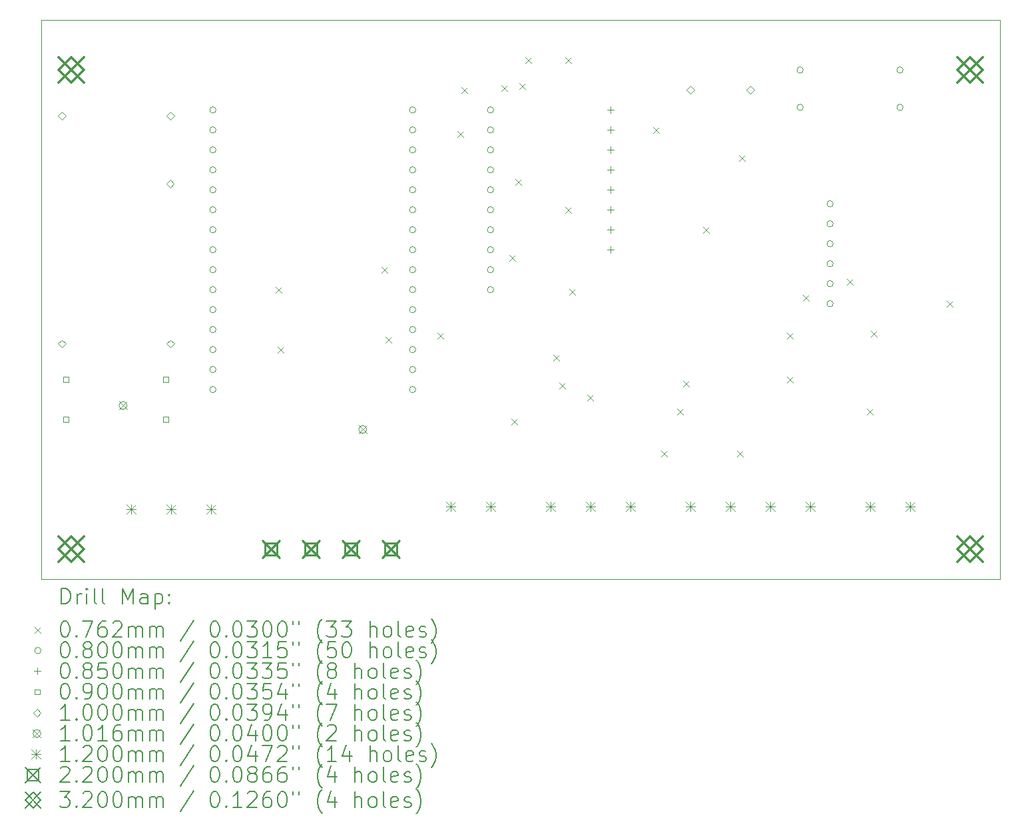
<source format=gbr>
%TF.GenerationSoftware,KiCad,Pcbnew,8.0.8+1*%
%TF.CreationDate,2025-02-28T11:26:12+11:00*%
%TF.ProjectId,mcomms,6d636f6d-6d73-42e6-9b69-6361645f7063,rev?*%
%TF.SameCoordinates,Original*%
%TF.FileFunction,Drillmap*%
%TF.FilePolarity,Positive*%
%FSLAX45Y45*%
G04 Gerber Fmt 4.5, Leading zero omitted, Abs format (unit mm)*
G04 Created by KiCad (PCBNEW 8.0.8+1) date 2025-02-28 11:26:12*
%MOMM*%
%LPD*%
G01*
G04 APERTURE LIST*
%ADD10C,0.050000*%
%ADD11C,0.200000*%
%ADD12C,0.100000*%
%ADD13C,0.101600*%
%ADD14C,0.120000*%
%ADD15C,0.220000*%
%ADD16C,0.320000*%
G04 APERTURE END LIST*
D10*
X5969000Y-8509000D02*
X5969000Y-1397000D01*
X18161000Y-1397000D02*
X18161000Y-8509000D01*
X5969000Y-1397000D02*
X18161000Y-1397000D01*
X18161000Y-8509000D02*
X5969000Y-8509000D01*
D11*
D12*
X8953500Y-4787900D02*
X9029700Y-4864100D01*
X9029700Y-4787900D02*
X8953500Y-4864100D01*
X8978900Y-5549900D02*
X9055100Y-5626100D01*
X9055100Y-5549900D02*
X8978900Y-5626100D01*
X10299700Y-4533900D02*
X10375900Y-4610100D01*
X10375900Y-4533900D02*
X10299700Y-4610100D01*
X10350500Y-5422900D02*
X10426700Y-5499100D01*
X10426700Y-5422900D02*
X10350500Y-5499100D01*
X11010900Y-5372100D02*
X11087100Y-5448300D01*
X11087100Y-5372100D02*
X11010900Y-5448300D01*
X11264900Y-2806700D02*
X11341100Y-2882900D01*
X11341100Y-2806700D02*
X11264900Y-2882900D01*
X11315700Y-2247900D02*
X11391900Y-2324100D01*
X11391900Y-2247900D02*
X11315700Y-2324100D01*
X11823700Y-2222500D02*
X11899900Y-2298700D01*
X11899900Y-2222500D02*
X11823700Y-2298700D01*
X11925300Y-4381500D02*
X12001500Y-4457700D01*
X12001500Y-4381500D02*
X11925300Y-4457700D01*
X11950700Y-6464300D02*
X12026900Y-6540500D01*
X12026900Y-6464300D02*
X11950700Y-6540500D01*
X12001500Y-3416300D02*
X12077700Y-3492500D01*
X12077700Y-3416300D02*
X12001500Y-3492500D01*
X12052300Y-2197100D02*
X12128500Y-2273300D01*
X12128500Y-2197100D02*
X12052300Y-2273300D01*
X12128500Y-1866900D02*
X12204700Y-1943100D01*
X12204700Y-1866900D02*
X12128500Y-1943100D01*
X12484100Y-5651500D02*
X12560300Y-5727700D01*
X12560300Y-5651500D02*
X12484100Y-5727700D01*
X12560300Y-6007100D02*
X12636500Y-6083300D01*
X12636500Y-6007100D02*
X12560300Y-6083300D01*
X12636500Y-1866900D02*
X12712700Y-1943100D01*
X12712700Y-1866900D02*
X12636500Y-1943100D01*
X12636500Y-3771900D02*
X12712700Y-3848100D01*
X12712700Y-3771900D02*
X12636500Y-3848100D01*
X12687300Y-4813300D02*
X12763500Y-4889500D01*
X12763500Y-4813300D02*
X12687300Y-4889500D01*
X12915900Y-6159500D02*
X12992100Y-6235700D01*
X12992100Y-6159500D02*
X12915900Y-6235700D01*
X13754100Y-2755900D02*
X13830300Y-2832100D01*
X13830300Y-2755900D02*
X13754100Y-2832100D01*
X13855700Y-6870700D02*
X13931900Y-6946900D01*
X13931900Y-6870700D02*
X13855700Y-6946900D01*
X14058900Y-6337300D02*
X14135100Y-6413500D01*
X14135100Y-6337300D02*
X14058900Y-6413500D01*
X14135100Y-5981700D02*
X14211300Y-6057900D01*
X14211300Y-5981700D02*
X14135100Y-6057900D01*
X14389100Y-4025900D02*
X14465300Y-4102100D01*
X14465300Y-4025900D02*
X14389100Y-4102100D01*
X14820900Y-6870700D02*
X14897100Y-6946900D01*
X14897100Y-6870700D02*
X14820900Y-6946900D01*
X14846300Y-3111500D02*
X14922500Y-3187700D01*
X14922500Y-3111500D02*
X14846300Y-3187700D01*
X15455900Y-5372100D02*
X15532100Y-5448300D01*
X15532100Y-5372100D02*
X15455900Y-5448300D01*
X15455900Y-5930900D02*
X15532100Y-6007100D01*
X15532100Y-5930900D02*
X15455900Y-6007100D01*
X15659100Y-4889500D02*
X15735300Y-4965700D01*
X15735300Y-4889500D02*
X15659100Y-4965700D01*
X16217900Y-4686300D02*
X16294100Y-4762500D01*
X16294100Y-4686300D02*
X16217900Y-4762500D01*
X16471900Y-6337300D02*
X16548100Y-6413500D01*
X16548100Y-6337300D02*
X16471900Y-6413500D01*
X16522700Y-5346700D02*
X16598900Y-5422900D01*
X16598900Y-5346700D02*
X16522700Y-5422900D01*
X17487900Y-4965700D02*
X17564100Y-5041900D01*
X17564100Y-4965700D02*
X17487900Y-5041900D01*
X8193400Y-2540000D02*
G75*
G02*
X8113400Y-2540000I-40000J0D01*
G01*
X8113400Y-2540000D02*
G75*
G02*
X8193400Y-2540000I40000J0D01*
G01*
X8193400Y-2794000D02*
G75*
G02*
X8113400Y-2794000I-40000J0D01*
G01*
X8113400Y-2794000D02*
G75*
G02*
X8193400Y-2794000I40000J0D01*
G01*
X8193400Y-3048000D02*
G75*
G02*
X8113400Y-3048000I-40000J0D01*
G01*
X8113400Y-3048000D02*
G75*
G02*
X8193400Y-3048000I40000J0D01*
G01*
X8193400Y-3302000D02*
G75*
G02*
X8113400Y-3302000I-40000J0D01*
G01*
X8113400Y-3302000D02*
G75*
G02*
X8193400Y-3302000I40000J0D01*
G01*
X8193400Y-3556000D02*
G75*
G02*
X8113400Y-3556000I-40000J0D01*
G01*
X8113400Y-3556000D02*
G75*
G02*
X8193400Y-3556000I40000J0D01*
G01*
X8193400Y-3810000D02*
G75*
G02*
X8113400Y-3810000I-40000J0D01*
G01*
X8113400Y-3810000D02*
G75*
G02*
X8193400Y-3810000I40000J0D01*
G01*
X8193400Y-4064000D02*
G75*
G02*
X8113400Y-4064000I-40000J0D01*
G01*
X8113400Y-4064000D02*
G75*
G02*
X8193400Y-4064000I40000J0D01*
G01*
X8193400Y-4318000D02*
G75*
G02*
X8113400Y-4318000I-40000J0D01*
G01*
X8113400Y-4318000D02*
G75*
G02*
X8193400Y-4318000I40000J0D01*
G01*
X8193400Y-4572000D02*
G75*
G02*
X8113400Y-4572000I-40000J0D01*
G01*
X8113400Y-4572000D02*
G75*
G02*
X8193400Y-4572000I40000J0D01*
G01*
X8193400Y-4826000D02*
G75*
G02*
X8113400Y-4826000I-40000J0D01*
G01*
X8113400Y-4826000D02*
G75*
G02*
X8193400Y-4826000I40000J0D01*
G01*
X8193400Y-5080000D02*
G75*
G02*
X8113400Y-5080000I-40000J0D01*
G01*
X8113400Y-5080000D02*
G75*
G02*
X8193400Y-5080000I40000J0D01*
G01*
X8193400Y-5334000D02*
G75*
G02*
X8113400Y-5334000I-40000J0D01*
G01*
X8113400Y-5334000D02*
G75*
G02*
X8193400Y-5334000I40000J0D01*
G01*
X8193400Y-5588000D02*
G75*
G02*
X8113400Y-5588000I-40000J0D01*
G01*
X8113400Y-5588000D02*
G75*
G02*
X8193400Y-5588000I40000J0D01*
G01*
X8193400Y-5842000D02*
G75*
G02*
X8113400Y-5842000I-40000J0D01*
G01*
X8113400Y-5842000D02*
G75*
G02*
X8193400Y-5842000I40000J0D01*
G01*
X8193400Y-6096000D02*
G75*
G02*
X8113400Y-6096000I-40000J0D01*
G01*
X8113400Y-6096000D02*
G75*
G02*
X8193400Y-6096000I40000J0D01*
G01*
X10733400Y-2540000D02*
G75*
G02*
X10653400Y-2540000I-40000J0D01*
G01*
X10653400Y-2540000D02*
G75*
G02*
X10733400Y-2540000I40000J0D01*
G01*
X10733400Y-2794000D02*
G75*
G02*
X10653400Y-2794000I-40000J0D01*
G01*
X10653400Y-2794000D02*
G75*
G02*
X10733400Y-2794000I40000J0D01*
G01*
X10733400Y-3048000D02*
G75*
G02*
X10653400Y-3048000I-40000J0D01*
G01*
X10653400Y-3048000D02*
G75*
G02*
X10733400Y-3048000I40000J0D01*
G01*
X10733400Y-3302000D02*
G75*
G02*
X10653400Y-3302000I-40000J0D01*
G01*
X10653400Y-3302000D02*
G75*
G02*
X10733400Y-3302000I40000J0D01*
G01*
X10733400Y-3556000D02*
G75*
G02*
X10653400Y-3556000I-40000J0D01*
G01*
X10653400Y-3556000D02*
G75*
G02*
X10733400Y-3556000I40000J0D01*
G01*
X10733400Y-3810000D02*
G75*
G02*
X10653400Y-3810000I-40000J0D01*
G01*
X10653400Y-3810000D02*
G75*
G02*
X10733400Y-3810000I40000J0D01*
G01*
X10733400Y-4064000D02*
G75*
G02*
X10653400Y-4064000I-40000J0D01*
G01*
X10653400Y-4064000D02*
G75*
G02*
X10733400Y-4064000I40000J0D01*
G01*
X10733400Y-4318000D02*
G75*
G02*
X10653400Y-4318000I-40000J0D01*
G01*
X10653400Y-4318000D02*
G75*
G02*
X10733400Y-4318000I40000J0D01*
G01*
X10733400Y-4572000D02*
G75*
G02*
X10653400Y-4572000I-40000J0D01*
G01*
X10653400Y-4572000D02*
G75*
G02*
X10733400Y-4572000I40000J0D01*
G01*
X10733400Y-4826000D02*
G75*
G02*
X10653400Y-4826000I-40000J0D01*
G01*
X10653400Y-4826000D02*
G75*
G02*
X10733400Y-4826000I40000J0D01*
G01*
X10733400Y-5080000D02*
G75*
G02*
X10653400Y-5080000I-40000J0D01*
G01*
X10653400Y-5080000D02*
G75*
G02*
X10733400Y-5080000I40000J0D01*
G01*
X10733400Y-5334000D02*
G75*
G02*
X10653400Y-5334000I-40000J0D01*
G01*
X10653400Y-5334000D02*
G75*
G02*
X10733400Y-5334000I40000J0D01*
G01*
X10733400Y-5588000D02*
G75*
G02*
X10653400Y-5588000I-40000J0D01*
G01*
X10653400Y-5588000D02*
G75*
G02*
X10733400Y-5588000I40000J0D01*
G01*
X10733400Y-5842000D02*
G75*
G02*
X10653400Y-5842000I-40000J0D01*
G01*
X10653400Y-5842000D02*
G75*
G02*
X10733400Y-5842000I40000J0D01*
G01*
X10733400Y-6096000D02*
G75*
G02*
X10653400Y-6096000I-40000J0D01*
G01*
X10653400Y-6096000D02*
G75*
G02*
X10733400Y-6096000I40000J0D01*
G01*
X11724000Y-2540000D02*
G75*
G02*
X11644000Y-2540000I-40000J0D01*
G01*
X11644000Y-2540000D02*
G75*
G02*
X11724000Y-2540000I40000J0D01*
G01*
X11724000Y-2794000D02*
G75*
G02*
X11644000Y-2794000I-40000J0D01*
G01*
X11644000Y-2794000D02*
G75*
G02*
X11724000Y-2794000I40000J0D01*
G01*
X11724000Y-3048000D02*
G75*
G02*
X11644000Y-3048000I-40000J0D01*
G01*
X11644000Y-3048000D02*
G75*
G02*
X11724000Y-3048000I40000J0D01*
G01*
X11724000Y-3302000D02*
G75*
G02*
X11644000Y-3302000I-40000J0D01*
G01*
X11644000Y-3302000D02*
G75*
G02*
X11724000Y-3302000I40000J0D01*
G01*
X11724000Y-3556000D02*
G75*
G02*
X11644000Y-3556000I-40000J0D01*
G01*
X11644000Y-3556000D02*
G75*
G02*
X11724000Y-3556000I40000J0D01*
G01*
X11724000Y-3810000D02*
G75*
G02*
X11644000Y-3810000I-40000J0D01*
G01*
X11644000Y-3810000D02*
G75*
G02*
X11724000Y-3810000I40000J0D01*
G01*
X11724000Y-4064000D02*
G75*
G02*
X11644000Y-4064000I-40000J0D01*
G01*
X11644000Y-4064000D02*
G75*
G02*
X11724000Y-4064000I40000J0D01*
G01*
X11724000Y-4318000D02*
G75*
G02*
X11644000Y-4318000I-40000J0D01*
G01*
X11644000Y-4318000D02*
G75*
G02*
X11724000Y-4318000I40000J0D01*
G01*
X11724000Y-4572000D02*
G75*
G02*
X11644000Y-4572000I-40000J0D01*
G01*
X11644000Y-4572000D02*
G75*
G02*
X11724000Y-4572000I40000J0D01*
G01*
X11724000Y-4826000D02*
G75*
G02*
X11644000Y-4826000I-40000J0D01*
G01*
X11644000Y-4826000D02*
G75*
G02*
X11724000Y-4826000I40000J0D01*
G01*
X15661000Y-2032000D02*
G75*
G02*
X15581000Y-2032000I-40000J0D01*
G01*
X15581000Y-2032000D02*
G75*
G02*
X15661000Y-2032000I40000J0D01*
G01*
X15661000Y-2507000D02*
G75*
G02*
X15581000Y-2507000I-40000J0D01*
G01*
X15581000Y-2507000D02*
G75*
G02*
X15661000Y-2507000I40000J0D01*
G01*
X16042000Y-3733800D02*
G75*
G02*
X15962000Y-3733800I-40000J0D01*
G01*
X15962000Y-3733800D02*
G75*
G02*
X16042000Y-3733800I40000J0D01*
G01*
X16042000Y-3987800D02*
G75*
G02*
X15962000Y-3987800I-40000J0D01*
G01*
X15962000Y-3987800D02*
G75*
G02*
X16042000Y-3987800I40000J0D01*
G01*
X16042000Y-4241800D02*
G75*
G02*
X15962000Y-4241800I-40000J0D01*
G01*
X15962000Y-4241800D02*
G75*
G02*
X16042000Y-4241800I40000J0D01*
G01*
X16042000Y-4495800D02*
G75*
G02*
X15962000Y-4495800I-40000J0D01*
G01*
X15962000Y-4495800D02*
G75*
G02*
X16042000Y-4495800I40000J0D01*
G01*
X16042000Y-4749800D02*
G75*
G02*
X15962000Y-4749800I-40000J0D01*
G01*
X15962000Y-4749800D02*
G75*
G02*
X16042000Y-4749800I40000J0D01*
G01*
X16042000Y-5003800D02*
G75*
G02*
X15962000Y-5003800I-40000J0D01*
G01*
X15962000Y-5003800D02*
G75*
G02*
X16042000Y-5003800I40000J0D01*
G01*
X16931000Y-2032000D02*
G75*
G02*
X16851000Y-2032000I-40000J0D01*
G01*
X16851000Y-2032000D02*
G75*
G02*
X16931000Y-2032000I40000J0D01*
G01*
X16931000Y-2507000D02*
G75*
G02*
X16851000Y-2507000I-40000J0D01*
G01*
X16851000Y-2507000D02*
G75*
G02*
X16931000Y-2507000I40000J0D01*
G01*
X13208000Y-2497500D02*
X13208000Y-2582500D01*
X13165500Y-2540000D02*
X13250500Y-2540000D01*
X13208000Y-2751500D02*
X13208000Y-2836500D01*
X13165500Y-2794000D02*
X13250500Y-2794000D01*
X13208000Y-3005500D02*
X13208000Y-3090500D01*
X13165500Y-3048000D02*
X13250500Y-3048000D01*
X13208000Y-3259500D02*
X13208000Y-3344500D01*
X13165500Y-3302000D02*
X13250500Y-3302000D01*
X13208000Y-3513500D02*
X13208000Y-3598500D01*
X13165500Y-3556000D02*
X13250500Y-3556000D01*
X13208000Y-3767500D02*
X13208000Y-3852500D01*
X13165500Y-3810000D02*
X13250500Y-3810000D01*
X13208000Y-4021500D02*
X13208000Y-4106500D01*
X13165500Y-4064000D02*
X13250500Y-4064000D01*
X13208000Y-4275500D02*
X13208000Y-4360500D01*
X13165500Y-4318000D02*
X13250500Y-4318000D01*
X6318320Y-6000820D02*
X6318320Y-5937180D01*
X6254680Y-5937180D01*
X6254680Y-6000820D01*
X6318320Y-6000820D01*
X6318320Y-6508820D02*
X6318320Y-6445180D01*
X6254680Y-6445180D01*
X6254680Y-6508820D01*
X6318320Y-6508820D01*
X7588320Y-6000820D02*
X7588320Y-5937180D01*
X7524680Y-5937180D01*
X7524680Y-6000820D01*
X7588320Y-6000820D01*
X7588320Y-6508820D02*
X7588320Y-6445180D01*
X7524680Y-6445180D01*
X7524680Y-6508820D01*
X7588320Y-6508820D01*
X6231500Y-2664000D02*
X6281500Y-2614000D01*
X6231500Y-2564000D01*
X6181500Y-2614000D01*
X6231500Y-2664000D01*
X6231500Y-5564000D02*
X6281500Y-5514000D01*
X6231500Y-5464000D01*
X6181500Y-5514000D01*
X6231500Y-5564000D01*
X7609840Y-3529800D02*
X7659840Y-3479800D01*
X7609840Y-3429800D01*
X7559840Y-3479800D01*
X7609840Y-3529800D01*
X7611500Y-2664000D02*
X7661500Y-2614000D01*
X7611500Y-2564000D01*
X7561500Y-2614000D01*
X7611500Y-2664000D01*
X7611500Y-5564000D02*
X7661500Y-5514000D01*
X7611500Y-5464000D01*
X7561500Y-5514000D01*
X7611500Y-5564000D01*
X14226000Y-2336000D02*
X14276000Y-2286000D01*
X14226000Y-2236000D01*
X14176000Y-2286000D01*
X14226000Y-2336000D01*
X14986000Y-2336000D02*
X15036000Y-2286000D01*
X14986000Y-2236000D01*
X14936000Y-2286000D01*
X14986000Y-2336000D01*
D13*
X6959600Y-6248400D02*
X7061200Y-6350000D01*
X7061200Y-6248400D02*
X6959600Y-6350000D01*
X7061200Y-6299200D02*
G75*
G02*
X6959600Y-6299200I-50800J0D01*
G01*
X6959600Y-6299200D02*
G75*
G02*
X7061200Y-6299200I50800J0D01*
G01*
X10007600Y-6553200D02*
X10109200Y-6654800D01*
X10109200Y-6553200D02*
X10007600Y-6654800D01*
X10109200Y-6604000D02*
G75*
G02*
X10007600Y-6604000I-50800J0D01*
G01*
X10007600Y-6604000D02*
G75*
G02*
X10109200Y-6604000I50800J0D01*
G01*
D14*
X7052000Y-7560000D02*
X7172000Y-7680000D01*
X7172000Y-7560000D02*
X7052000Y-7680000D01*
X7112000Y-7560000D02*
X7112000Y-7680000D01*
X7052000Y-7620000D02*
X7172000Y-7620000D01*
X7560000Y-7560000D02*
X7680000Y-7680000D01*
X7680000Y-7560000D02*
X7560000Y-7680000D01*
X7620000Y-7560000D02*
X7620000Y-7680000D01*
X7560000Y-7620000D02*
X7680000Y-7620000D01*
X8068000Y-7560000D02*
X8188000Y-7680000D01*
X8188000Y-7560000D02*
X8068000Y-7680000D01*
X8128000Y-7560000D02*
X8128000Y-7680000D01*
X8068000Y-7620000D02*
X8188000Y-7620000D01*
X11121500Y-7520750D02*
X11241500Y-7640750D01*
X11241500Y-7520750D02*
X11121500Y-7640750D01*
X11181500Y-7520750D02*
X11181500Y-7640750D01*
X11121500Y-7580750D02*
X11241500Y-7580750D01*
X11629500Y-7520750D02*
X11749500Y-7640750D01*
X11749500Y-7520750D02*
X11629500Y-7640750D01*
X11689500Y-7520750D02*
X11689500Y-7640750D01*
X11629500Y-7580750D02*
X11749500Y-7580750D01*
X12391500Y-7520750D02*
X12511500Y-7640750D01*
X12511500Y-7520750D02*
X12391500Y-7640750D01*
X12451500Y-7520750D02*
X12451500Y-7640750D01*
X12391500Y-7580750D02*
X12511500Y-7580750D01*
X12899500Y-7520750D02*
X13019500Y-7640750D01*
X13019500Y-7520750D02*
X12899500Y-7640750D01*
X12959500Y-7520750D02*
X12959500Y-7640750D01*
X12899500Y-7580750D02*
X13019500Y-7580750D01*
X13407500Y-7520750D02*
X13527500Y-7640750D01*
X13527500Y-7520750D02*
X13407500Y-7640750D01*
X13467500Y-7520750D02*
X13467500Y-7640750D01*
X13407500Y-7580750D02*
X13527500Y-7580750D01*
X14169500Y-7520750D02*
X14289500Y-7640750D01*
X14289500Y-7520750D02*
X14169500Y-7640750D01*
X14229500Y-7520750D02*
X14229500Y-7640750D01*
X14169500Y-7580750D02*
X14289500Y-7580750D01*
X14677500Y-7520750D02*
X14797500Y-7640750D01*
X14797500Y-7520750D02*
X14677500Y-7640750D01*
X14737500Y-7520750D02*
X14737500Y-7640750D01*
X14677500Y-7580750D02*
X14797500Y-7580750D01*
X15185500Y-7520750D02*
X15305500Y-7640750D01*
X15305500Y-7520750D02*
X15185500Y-7640750D01*
X15245500Y-7520750D02*
X15245500Y-7640750D01*
X15185500Y-7580750D02*
X15305500Y-7580750D01*
X15693500Y-7520750D02*
X15813500Y-7640750D01*
X15813500Y-7520750D02*
X15693500Y-7640750D01*
X15753500Y-7520750D02*
X15753500Y-7640750D01*
X15693500Y-7580750D02*
X15813500Y-7580750D01*
X16455500Y-7520750D02*
X16575500Y-7640750D01*
X16575500Y-7520750D02*
X16455500Y-7640750D01*
X16515500Y-7520750D02*
X16515500Y-7640750D01*
X16455500Y-7580750D02*
X16575500Y-7580750D01*
X16963500Y-7520750D02*
X17083500Y-7640750D01*
X17083500Y-7520750D02*
X16963500Y-7640750D01*
X17023500Y-7520750D02*
X17023500Y-7640750D01*
X16963500Y-7580750D02*
X17083500Y-7580750D01*
D15*
X8780000Y-8018000D02*
X9000000Y-8238000D01*
X9000000Y-8018000D02*
X8780000Y-8238000D01*
X8967783Y-8205782D02*
X8967783Y-8050217D01*
X8812218Y-8050217D01*
X8812218Y-8205782D01*
X8967783Y-8205782D01*
X9288000Y-8018000D02*
X9508000Y-8238000D01*
X9508000Y-8018000D02*
X9288000Y-8238000D01*
X9475783Y-8205782D02*
X9475783Y-8050217D01*
X9320218Y-8050217D01*
X9320218Y-8205782D01*
X9475783Y-8205782D01*
X9796000Y-8018000D02*
X10016000Y-8238000D01*
X10016000Y-8018000D02*
X9796000Y-8238000D01*
X9983783Y-8205782D02*
X9983783Y-8050217D01*
X9828218Y-8050217D01*
X9828218Y-8205782D01*
X9983783Y-8205782D01*
X10304000Y-8018000D02*
X10524000Y-8238000D01*
X10524000Y-8018000D02*
X10304000Y-8238000D01*
X10491783Y-8205782D02*
X10491783Y-8050217D01*
X10336218Y-8050217D01*
X10336218Y-8205782D01*
X10491783Y-8205782D01*
D16*
X6190000Y-1872000D02*
X6510000Y-2192000D01*
X6510000Y-1872000D02*
X6190000Y-2192000D01*
X6350000Y-2192000D02*
X6510000Y-2032000D01*
X6350000Y-1872000D01*
X6190000Y-2032000D01*
X6350000Y-2192000D01*
X6190000Y-7968000D02*
X6510000Y-8288000D01*
X6510000Y-7968000D02*
X6190000Y-8288000D01*
X6350000Y-8288000D02*
X6510000Y-8128000D01*
X6350000Y-7968000D01*
X6190000Y-8128000D01*
X6350000Y-8288000D01*
X17620000Y-1872000D02*
X17940000Y-2192000D01*
X17940000Y-1872000D02*
X17620000Y-2192000D01*
X17780000Y-2192000D02*
X17940000Y-2032000D01*
X17780000Y-1872000D01*
X17620000Y-2032000D01*
X17780000Y-2192000D01*
X17620000Y-7968000D02*
X17940000Y-8288000D01*
X17940000Y-7968000D02*
X17620000Y-8288000D01*
X17780000Y-8288000D02*
X17940000Y-8128000D01*
X17780000Y-7968000D01*
X17620000Y-8128000D01*
X17780000Y-8288000D01*
D11*
X6227277Y-8822984D02*
X6227277Y-8622984D01*
X6227277Y-8622984D02*
X6274896Y-8622984D01*
X6274896Y-8622984D02*
X6303467Y-8632508D01*
X6303467Y-8632508D02*
X6322515Y-8651555D01*
X6322515Y-8651555D02*
X6332039Y-8670603D01*
X6332039Y-8670603D02*
X6341562Y-8708698D01*
X6341562Y-8708698D02*
X6341562Y-8737270D01*
X6341562Y-8737270D02*
X6332039Y-8775365D01*
X6332039Y-8775365D02*
X6322515Y-8794412D01*
X6322515Y-8794412D02*
X6303467Y-8813460D01*
X6303467Y-8813460D02*
X6274896Y-8822984D01*
X6274896Y-8822984D02*
X6227277Y-8822984D01*
X6427277Y-8822984D02*
X6427277Y-8689650D01*
X6427277Y-8727746D02*
X6436801Y-8708698D01*
X6436801Y-8708698D02*
X6446324Y-8699174D01*
X6446324Y-8699174D02*
X6465372Y-8689650D01*
X6465372Y-8689650D02*
X6484420Y-8689650D01*
X6551086Y-8822984D02*
X6551086Y-8689650D01*
X6551086Y-8622984D02*
X6541562Y-8632508D01*
X6541562Y-8632508D02*
X6551086Y-8642031D01*
X6551086Y-8642031D02*
X6560610Y-8632508D01*
X6560610Y-8632508D02*
X6551086Y-8622984D01*
X6551086Y-8622984D02*
X6551086Y-8642031D01*
X6674896Y-8822984D02*
X6655848Y-8813460D01*
X6655848Y-8813460D02*
X6646324Y-8794412D01*
X6646324Y-8794412D02*
X6646324Y-8622984D01*
X6779658Y-8822984D02*
X6760610Y-8813460D01*
X6760610Y-8813460D02*
X6751086Y-8794412D01*
X6751086Y-8794412D02*
X6751086Y-8622984D01*
X7008229Y-8822984D02*
X7008229Y-8622984D01*
X7008229Y-8622984D02*
X7074896Y-8765841D01*
X7074896Y-8765841D02*
X7141562Y-8622984D01*
X7141562Y-8622984D02*
X7141562Y-8822984D01*
X7322515Y-8822984D02*
X7322515Y-8718222D01*
X7322515Y-8718222D02*
X7312991Y-8699174D01*
X7312991Y-8699174D02*
X7293943Y-8689650D01*
X7293943Y-8689650D02*
X7255848Y-8689650D01*
X7255848Y-8689650D02*
X7236801Y-8699174D01*
X7322515Y-8813460D02*
X7303467Y-8822984D01*
X7303467Y-8822984D02*
X7255848Y-8822984D01*
X7255848Y-8822984D02*
X7236801Y-8813460D01*
X7236801Y-8813460D02*
X7227277Y-8794412D01*
X7227277Y-8794412D02*
X7227277Y-8775365D01*
X7227277Y-8775365D02*
X7236801Y-8756317D01*
X7236801Y-8756317D02*
X7255848Y-8746793D01*
X7255848Y-8746793D02*
X7303467Y-8746793D01*
X7303467Y-8746793D02*
X7322515Y-8737270D01*
X7417753Y-8689650D02*
X7417753Y-8889650D01*
X7417753Y-8699174D02*
X7436801Y-8689650D01*
X7436801Y-8689650D02*
X7474896Y-8689650D01*
X7474896Y-8689650D02*
X7493943Y-8699174D01*
X7493943Y-8699174D02*
X7503467Y-8708698D01*
X7503467Y-8708698D02*
X7512991Y-8727746D01*
X7512991Y-8727746D02*
X7512991Y-8784889D01*
X7512991Y-8784889D02*
X7503467Y-8803936D01*
X7503467Y-8803936D02*
X7493943Y-8813460D01*
X7493943Y-8813460D02*
X7474896Y-8822984D01*
X7474896Y-8822984D02*
X7436801Y-8822984D01*
X7436801Y-8822984D02*
X7417753Y-8813460D01*
X7598705Y-8803936D02*
X7608229Y-8813460D01*
X7608229Y-8813460D02*
X7598705Y-8822984D01*
X7598705Y-8822984D02*
X7589182Y-8813460D01*
X7589182Y-8813460D02*
X7598705Y-8803936D01*
X7598705Y-8803936D02*
X7598705Y-8822984D01*
X7598705Y-8699174D02*
X7608229Y-8708698D01*
X7608229Y-8708698D02*
X7598705Y-8718222D01*
X7598705Y-8718222D02*
X7589182Y-8708698D01*
X7589182Y-8708698D02*
X7598705Y-8699174D01*
X7598705Y-8699174D02*
X7598705Y-8718222D01*
D12*
X5890300Y-9113400D02*
X5966500Y-9189600D01*
X5966500Y-9113400D02*
X5890300Y-9189600D01*
D11*
X6265372Y-9042984D02*
X6284420Y-9042984D01*
X6284420Y-9042984D02*
X6303467Y-9052508D01*
X6303467Y-9052508D02*
X6312991Y-9062031D01*
X6312991Y-9062031D02*
X6322515Y-9081079D01*
X6322515Y-9081079D02*
X6332039Y-9119174D01*
X6332039Y-9119174D02*
X6332039Y-9166793D01*
X6332039Y-9166793D02*
X6322515Y-9204889D01*
X6322515Y-9204889D02*
X6312991Y-9223936D01*
X6312991Y-9223936D02*
X6303467Y-9233460D01*
X6303467Y-9233460D02*
X6284420Y-9242984D01*
X6284420Y-9242984D02*
X6265372Y-9242984D01*
X6265372Y-9242984D02*
X6246324Y-9233460D01*
X6246324Y-9233460D02*
X6236801Y-9223936D01*
X6236801Y-9223936D02*
X6227277Y-9204889D01*
X6227277Y-9204889D02*
X6217753Y-9166793D01*
X6217753Y-9166793D02*
X6217753Y-9119174D01*
X6217753Y-9119174D02*
X6227277Y-9081079D01*
X6227277Y-9081079D02*
X6236801Y-9062031D01*
X6236801Y-9062031D02*
X6246324Y-9052508D01*
X6246324Y-9052508D02*
X6265372Y-9042984D01*
X6417753Y-9223936D02*
X6427277Y-9233460D01*
X6427277Y-9233460D02*
X6417753Y-9242984D01*
X6417753Y-9242984D02*
X6408229Y-9233460D01*
X6408229Y-9233460D02*
X6417753Y-9223936D01*
X6417753Y-9223936D02*
X6417753Y-9242984D01*
X6493943Y-9042984D02*
X6627277Y-9042984D01*
X6627277Y-9042984D02*
X6541562Y-9242984D01*
X6789182Y-9042984D02*
X6751086Y-9042984D01*
X6751086Y-9042984D02*
X6732039Y-9052508D01*
X6732039Y-9052508D02*
X6722515Y-9062031D01*
X6722515Y-9062031D02*
X6703467Y-9090603D01*
X6703467Y-9090603D02*
X6693943Y-9128698D01*
X6693943Y-9128698D02*
X6693943Y-9204889D01*
X6693943Y-9204889D02*
X6703467Y-9223936D01*
X6703467Y-9223936D02*
X6712991Y-9233460D01*
X6712991Y-9233460D02*
X6732039Y-9242984D01*
X6732039Y-9242984D02*
X6770134Y-9242984D01*
X6770134Y-9242984D02*
X6789182Y-9233460D01*
X6789182Y-9233460D02*
X6798705Y-9223936D01*
X6798705Y-9223936D02*
X6808229Y-9204889D01*
X6808229Y-9204889D02*
X6808229Y-9157270D01*
X6808229Y-9157270D02*
X6798705Y-9138222D01*
X6798705Y-9138222D02*
X6789182Y-9128698D01*
X6789182Y-9128698D02*
X6770134Y-9119174D01*
X6770134Y-9119174D02*
X6732039Y-9119174D01*
X6732039Y-9119174D02*
X6712991Y-9128698D01*
X6712991Y-9128698D02*
X6703467Y-9138222D01*
X6703467Y-9138222D02*
X6693943Y-9157270D01*
X6884420Y-9062031D02*
X6893943Y-9052508D01*
X6893943Y-9052508D02*
X6912991Y-9042984D01*
X6912991Y-9042984D02*
X6960610Y-9042984D01*
X6960610Y-9042984D02*
X6979658Y-9052508D01*
X6979658Y-9052508D02*
X6989182Y-9062031D01*
X6989182Y-9062031D02*
X6998705Y-9081079D01*
X6998705Y-9081079D02*
X6998705Y-9100127D01*
X6998705Y-9100127D02*
X6989182Y-9128698D01*
X6989182Y-9128698D02*
X6874896Y-9242984D01*
X6874896Y-9242984D02*
X6998705Y-9242984D01*
X7084420Y-9242984D02*
X7084420Y-9109650D01*
X7084420Y-9128698D02*
X7093943Y-9119174D01*
X7093943Y-9119174D02*
X7112991Y-9109650D01*
X7112991Y-9109650D02*
X7141563Y-9109650D01*
X7141563Y-9109650D02*
X7160610Y-9119174D01*
X7160610Y-9119174D02*
X7170134Y-9138222D01*
X7170134Y-9138222D02*
X7170134Y-9242984D01*
X7170134Y-9138222D02*
X7179658Y-9119174D01*
X7179658Y-9119174D02*
X7198705Y-9109650D01*
X7198705Y-9109650D02*
X7227277Y-9109650D01*
X7227277Y-9109650D02*
X7246324Y-9119174D01*
X7246324Y-9119174D02*
X7255848Y-9138222D01*
X7255848Y-9138222D02*
X7255848Y-9242984D01*
X7351086Y-9242984D02*
X7351086Y-9109650D01*
X7351086Y-9128698D02*
X7360610Y-9119174D01*
X7360610Y-9119174D02*
X7379658Y-9109650D01*
X7379658Y-9109650D02*
X7408229Y-9109650D01*
X7408229Y-9109650D02*
X7427277Y-9119174D01*
X7427277Y-9119174D02*
X7436801Y-9138222D01*
X7436801Y-9138222D02*
X7436801Y-9242984D01*
X7436801Y-9138222D02*
X7446324Y-9119174D01*
X7446324Y-9119174D02*
X7465372Y-9109650D01*
X7465372Y-9109650D02*
X7493943Y-9109650D01*
X7493943Y-9109650D02*
X7512991Y-9119174D01*
X7512991Y-9119174D02*
X7522515Y-9138222D01*
X7522515Y-9138222D02*
X7522515Y-9242984D01*
X7912991Y-9033460D02*
X7741563Y-9290603D01*
X8170134Y-9042984D02*
X8189182Y-9042984D01*
X8189182Y-9042984D02*
X8208229Y-9052508D01*
X8208229Y-9052508D02*
X8217753Y-9062031D01*
X8217753Y-9062031D02*
X8227277Y-9081079D01*
X8227277Y-9081079D02*
X8236801Y-9119174D01*
X8236801Y-9119174D02*
X8236801Y-9166793D01*
X8236801Y-9166793D02*
X8227277Y-9204889D01*
X8227277Y-9204889D02*
X8217753Y-9223936D01*
X8217753Y-9223936D02*
X8208229Y-9233460D01*
X8208229Y-9233460D02*
X8189182Y-9242984D01*
X8189182Y-9242984D02*
X8170134Y-9242984D01*
X8170134Y-9242984D02*
X8151086Y-9233460D01*
X8151086Y-9233460D02*
X8141563Y-9223936D01*
X8141563Y-9223936D02*
X8132039Y-9204889D01*
X8132039Y-9204889D02*
X8122515Y-9166793D01*
X8122515Y-9166793D02*
X8122515Y-9119174D01*
X8122515Y-9119174D02*
X8132039Y-9081079D01*
X8132039Y-9081079D02*
X8141563Y-9062031D01*
X8141563Y-9062031D02*
X8151086Y-9052508D01*
X8151086Y-9052508D02*
X8170134Y-9042984D01*
X8322515Y-9223936D02*
X8332039Y-9233460D01*
X8332039Y-9233460D02*
X8322515Y-9242984D01*
X8322515Y-9242984D02*
X8312991Y-9233460D01*
X8312991Y-9233460D02*
X8322515Y-9223936D01*
X8322515Y-9223936D02*
X8322515Y-9242984D01*
X8455848Y-9042984D02*
X8474896Y-9042984D01*
X8474896Y-9042984D02*
X8493944Y-9052508D01*
X8493944Y-9052508D02*
X8503468Y-9062031D01*
X8503468Y-9062031D02*
X8512991Y-9081079D01*
X8512991Y-9081079D02*
X8522515Y-9119174D01*
X8522515Y-9119174D02*
X8522515Y-9166793D01*
X8522515Y-9166793D02*
X8512991Y-9204889D01*
X8512991Y-9204889D02*
X8503468Y-9223936D01*
X8503468Y-9223936D02*
X8493944Y-9233460D01*
X8493944Y-9233460D02*
X8474896Y-9242984D01*
X8474896Y-9242984D02*
X8455848Y-9242984D01*
X8455848Y-9242984D02*
X8436801Y-9233460D01*
X8436801Y-9233460D02*
X8427277Y-9223936D01*
X8427277Y-9223936D02*
X8417753Y-9204889D01*
X8417753Y-9204889D02*
X8408229Y-9166793D01*
X8408229Y-9166793D02*
X8408229Y-9119174D01*
X8408229Y-9119174D02*
X8417753Y-9081079D01*
X8417753Y-9081079D02*
X8427277Y-9062031D01*
X8427277Y-9062031D02*
X8436801Y-9052508D01*
X8436801Y-9052508D02*
X8455848Y-9042984D01*
X8589182Y-9042984D02*
X8712991Y-9042984D01*
X8712991Y-9042984D02*
X8646325Y-9119174D01*
X8646325Y-9119174D02*
X8674896Y-9119174D01*
X8674896Y-9119174D02*
X8693944Y-9128698D01*
X8693944Y-9128698D02*
X8703468Y-9138222D01*
X8703468Y-9138222D02*
X8712991Y-9157270D01*
X8712991Y-9157270D02*
X8712991Y-9204889D01*
X8712991Y-9204889D02*
X8703468Y-9223936D01*
X8703468Y-9223936D02*
X8693944Y-9233460D01*
X8693944Y-9233460D02*
X8674896Y-9242984D01*
X8674896Y-9242984D02*
X8617753Y-9242984D01*
X8617753Y-9242984D02*
X8598706Y-9233460D01*
X8598706Y-9233460D02*
X8589182Y-9223936D01*
X8836801Y-9042984D02*
X8855849Y-9042984D01*
X8855849Y-9042984D02*
X8874896Y-9052508D01*
X8874896Y-9052508D02*
X8884420Y-9062031D01*
X8884420Y-9062031D02*
X8893944Y-9081079D01*
X8893944Y-9081079D02*
X8903468Y-9119174D01*
X8903468Y-9119174D02*
X8903468Y-9166793D01*
X8903468Y-9166793D02*
X8893944Y-9204889D01*
X8893944Y-9204889D02*
X8884420Y-9223936D01*
X8884420Y-9223936D02*
X8874896Y-9233460D01*
X8874896Y-9233460D02*
X8855849Y-9242984D01*
X8855849Y-9242984D02*
X8836801Y-9242984D01*
X8836801Y-9242984D02*
X8817753Y-9233460D01*
X8817753Y-9233460D02*
X8808229Y-9223936D01*
X8808229Y-9223936D02*
X8798706Y-9204889D01*
X8798706Y-9204889D02*
X8789182Y-9166793D01*
X8789182Y-9166793D02*
X8789182Y-9119174D01*
X8789182Y-9119174D02*
X8798706Y-9081079D01*
X8798706Y-9081079D02*
X8808229Y-9062031D01*
X8808229Y-9062031D02*
X8817753Y-9052508D01*
X8817753Y-9052508D02*
X8836801Y-9042984D01*
X9027277Y-9042984D02*
X9046325Y-9042984D01*
X9046325Y-9042984D02*
X9065372Y-9052508D01*
X9065372Y-9052508D02*
X9074896Y-9062031D01*
X9074896Y-9062031D02*
X9084420Y-9081079D01*
X9084420Y-9081079D02*
X9093944Y-9119174D01*
X9093944Y-9119174D02*
X9093944Y-9166793D01*
X9093944Y-9166793D02*
X9084420Y-9204889D01*
X9084420Y-9204889D02*
X9074896Y-9223936D01*
X9074896Y-9223936D02*
X9065372Y-9233460D01*
X9065372Y-9233460D02*
X9046325Y-9242984D01*
X9046325Y-9242984D02*
X9027277Y-9242984D01*
X9027277Y-9242984D02*
X9008229Y-9233460D01*
X9008229Y-9233460D02*
X8998706Y-9223936D01*
X8998706Y-9223936D02*
X8989182Y-9204889D01*
X8989182Y-9204889D02*
X8979658Y-9166793D01*
X8979658Y-9166793D02*
X8979658Y-9119174D01*
X8979658Y-9119174D02*
X8989182Y-9081079D01*
X8989182Y-9081079D02*
X8998706Y-9062031D01*
X8998706Y-9062031D02*
X9008229Y-9052508D01*
X9008229Y-9052508D02*
X9027277Y-9042984D01*
X9170134Y-9042984D02*
X9170134Y-9081079D01*
X9246325Y-9042984D02*
X9246325Y-9081079D01*
X9541563Y-9319174D02*
X9532039Y-9309650D01*
X9532039Y-9309650D02*
X9512991Y-9281079D01*
X9512991Y-9281079D02*
X9503468Y-9262031D01*
X9503468Y-9262031D02*
X9493944Y-9233460D01*
X9493944Y-9233460D02*
X9484420Y-9185841D01*
X9484420Y-9185841D02*
X9484420Y-9147746D01*
X9484420Y-9147746D02*
X9493944Y-9100127D01*
X9493944Y-9100127D02*
X9503468Y-9071555D01*
X9503468Y-9071555D02*
X9512991Y-9052508D01*
X9512991Y-9052508D02*
X9532039Y-9023936D01*
X9532039Y-9023936D02*
X9541563Y-9014412D01*
X9598706Y-9042984D02*
X9722515Y-9042984D01*
X9722515Y-9042984D02*
X9655849Y-9119174D01*
X9655849Y-9119174D02*
X9684420Y-9119174D01*
X9684420Y-9119174D02*
X9703468Y-9128698D01*
X9703468Y-9128698D02*
X9712991Y-9138222D01*
X9712991Y-9138222D02*
X9722515Y-9157270D01*
X9722515Y-9157270D02*
X9722515Y-9204889D01*
X9722515Y-9204889D02*
X9712991Y-9223936D01*
X9712991Y-9223936D02*
X9703468Y-9233460D01*
X9703468Y-9233460D02*
X9684420Y-9242984D01*
X9684420Y-9242984D02*
X9627277Y-9242984D01*
X9627277Y-9242984D02*
X9608230Y-9233460D01*
X9608230Y-9233460D02*
X9598706Y-9223936D01*
X9789182Y-9042984D02*
X9912991Y-9042984D01*
X9912991Y-9042984D02*
X9846325Y-9119174D01*
X9846325Y-9119174D02*
X9874896Y-9119174D01*
X9874896Y-9119174D02*
X9893944Y-9128698D01*
X9893944Y-9128698D02*
X9903468Y-9138222D01*
X9903468Y-9138222D02*
X9912991Y-9157270D01*
X9912991Y-9157270D02*
X9912991Y-9204889D01*
X9912991Y-9204889D02*
X9903468Y-9223936D01*
X9903468Y-9223936D02*
X9893944Y-9233460D01*
X9893944Y-9233460D02*
X9874896Y-9242984D01*
X9874896Y-9242984D02*
X9817753Y-9242984D01*
X9817753Y-9242984D02*
X9798706Y-9233460D01*
X9798706Y-9233460D02*
X9789182Y-9223936D01*
X10151087Y-9242984D02*
X10151087Y-9042984D01*
X10236801Y-9242984D02*
X10236801Y-9138222D01*
X10236801Y-9138222D02*
X10227277Y-9119174D01*
X10227277Y-9119174D02*
X10208230Y-9109650D01*
X10208230Y-9109650D02*
X10179658Y-9109650D01*
X10179658Y-9109650D02*
X10160611Y-9119174D01*
X10160611Y-9119174D02*
X10151087Y-9128698D01*
X10360611Y-9242984D02*
X10341563Y-9233460D01*
X10341563Y-9233460D02*
X10332039Y-9223936D01*
X10332039Y-9223936D02*
X10322515Y-9204889D01*
X10322515Y-9204889D02*
X10322515Y-9147746D01*
X10322515Y-9147746D02*
X10332039Y-9128698D01*
X10332039Y-9128698D02*
X10341563Y-9119174D01*
X10341563Y-9119174D02*
X10360611Y-9109650D01*
X10360611Y-9109650D02*
X10389182Y-9109650D01*
X10389182Y-9109650D02*
X10408230Y-9119174D01*
X10408230Y-9119174D02*
X10417753Y-9128698D01*
X10417753Y-9128698D02*
X10427277Y-9147746D01*
X10427277Y-9147746D02*
X10427277Y-9204889D01*
X10427277Y-9204889D02*
X10417753Y-9223936D01*
X10417753Y-9223936D02*
X10408230Y-9233460D01*
X10408230Y-9233460D02*
X10389182Y-9242984D01*
X10389182Y-9242984D02*
X10360611Y-9242984D01*
X10541563Y-9242984D02*
X10522515Y-9233460D01*
X10522515Y-9233460D02*
X10512992Y-9214412D01*
X10512992Y-9214412D02*
X10512992Y-9042984D01*
X10693944Y-9233460D02*
X10674896Y-9242984D01*
X10674896Y-9242984D02*
X10636801Y-9242984D01*
X10636801Y-9242984D02*
X10617753Y-9233460D01*
X10617753Y-9233460D02*
X10608230Y-9214412D01*
X10608230Y-9214412D02*
X10608230Y-9138222D01*
X10608230Y-9138222D02*
X10617753Y-9119174D01*
X10617753Y-9119174D02*
X10636801Y-9109650D01*
X10636801Y-9109650D02*
X10674896Y-9109650D01*
X10674896Y-9109650D02*
X10693944Y-9119174D01*
X10693944Y-9119174D02*
X10703468Y-9138222D01*
X10703468Y-9138222D02*
X10703468Y-9157270D01*
X10703468Y-9157270D02*
X10608230Y-9176317D01*
X10779658Y-9233460D02*
X10798706Y-9242984D01*
X10798706Y-9242984D02*
X10836801Y-9242984D01*
X10836801Y-9242984D02*
X10855849Y-9233460D01*
X10855849Y-9233460D02*
X10865373Y-9214412D01*
X10865373Y-9214412D02*
X10865373Y-9204889D01*
X10865373Y-9204889D02*
X10855849Y-9185841D01*
X10855849Y-9185841D02*
X10836801Y-9176317D01*
X10836801Y-9176317D02*
X10808230Y-9176317D01*
X10808230Y-9176317D02*
X10789182Y-9166793D01*
X10789182Y-9166793D02*
X10779658Y-9147746D01*
X10779658Y-9147746D02*
X10779658Y-9138222D01*
X10779658Y-9138222D02*
X10789182Y-9119174D01*
X10789182Y-9119174D02*
X10808230Y-9109650D01*
X10808230Y-9109650D02*
X10836801Y-9109650D01*
X10836801Y-9109650D02*
X10855849Y-9119174D01*
X10932039Y-9319174D02*
X10941563Y-9309650D01*
X10941563Y-9309650D02*
X10960611Y-9281079D01*
X10960611Y-9281079D02*
X10970134Y-9262031D01*
X10970134Y-9262031D02*
X10979658Y-9233460D01*
X10979658Y-9233460D02*
X10989182Y-9185841D01*
X10989182Y-9185841D02*
X10989182Y-9147746D01*
X10989182Y-9147746D02*
X10979658Y-9100127D01*
X10979658Y-9100127D02*
X10970134Y-9071555D01*
X10970134Y-9071555D02*
X10960611Y-9052508D01*
X10960611Y-9052508D02*
X10941563Y-9023936D01*
X10941563Y-9023936D02*
X10932039Y-9014412D01*
D12*
X5966500Y-9415500D02*
G75*
G02*
X5886500Y-9415500I-40000J0D01*
G01*
X5886500Y-9415500D02*
G75*
G02*
X5966500Y-9415500I40000J0D01*
G01*
D11*
X6265372Y-9306984D02*
X6284420Y-9306984D01*
X6284420Y-9306984D02*
X6303467Y-9316508D01*
X6303467Y-9316508D02*
X6312991Y-9326031D01*
X6312991Y-9326031D02*
X6322515Y-9345079D01*
X6322515Y-9345079D02*
X6332039Y-9383174D01*
X6332039Y-9383174D02*
X6332039Y-9430793D01*
X6332039Y-9430793D02*
X6322515Y-9468889D01*
X6322515Y-9468889D02*
X6312991Y-9487936D01*
X6312991Y-9487936D02*
X6303467Y-9497460D01*
X6303467Y-9497460D02*
X6284420Y-9506984D01*
X6284420Y-9506984D02*
X6265372Y-9506984D01*
X6265372Y-9506984D02*
X6246324Y-9497460D01*
X6246324Y-9497460D02*
X6236801Y-9487936D01*
X6236801Y-9487936D02*
X6227277Y-9468889D01*
X6227277Y-9468889D02*
X6217753Y-9430793D01*
X6217753Y-9430793D02*
X6217753Y-9383174D01*
X6217753Y-9383174D02*
X6227277Y-9345079D01*
X6227277Y-9345079D02*
X6236801Y-9326031D01*
X6236801Y-9326031D02*
X6246324Y-9316508D01*
X6246324Y-9316508D02*
X6265372Y-9306984D01*
X6417753Y-9487936D02*
X6427277Y-9497460D01*
X6427277Y-9497460D02*
X6417753Y-9506984D01*
X6417753Y-9506984D02*
X6408229Y-9497460D01*
X6408229Y-9497460D02*
X6417753Y-9487936D01*
X6417753Y-9487936D02*
X6417753Y-9506984D01*
X6541562Y-9392698D02*
X6522515Y-9383174D01*
X6522515Y-9383174D02*
X6512991Y-9373650D01*
X6512991Y-9373650D02*
X6503467Y-9354603D01*
X6503467Y-9354603D02*
X6503467Y-9345079D01*
X6503467Y-9345079D02*
X6512991Y-9326031D01*
X6512991Y-9326031D02*
X6522515Y-9316508D01*
X6522515Y-9316508D02*
X6541562Y-9306984D01*
X6541562Y-9306984D02*
X6579658Y-9306984D01*
X6579658Y-9306984D02*
X6598705Y-9316508D01*
X6598705Y-9316508D02*
X6608229Y-9326031D01*
X6608229Y-9326031D02*
X6617753Y-9345079D01*
X6617753Y-9345079D02*
X6617753Y-9354603D01*
X6617753Y-9354603D02*
X6608229Y-9373650D01*
X6608229Y-9373650D02*
X6598705Y-9383174D01*
X6598705Y-9383174D02*
X6579658Y-9392698D01*
X6579658Y-9392698D02*
X6541562Y-9392698D01*
X6541562Y-9392698D02*
X6522515Y-9402222D01*
X6522515Y-9402222D02*
X6512991Y-9411746D01*
X6512991Y-9411746D02*
X6503467Y-9430793D01*
X6503467Y-9430793D02*
X6503467Y-9468889D01*
X6503467Y-9468889D02*
X6512991Y-9487936D01*
X6512991Y-9487936D02*
X6522515Y-9497460D01*
X6522515Y-9497460D02*
X6541562Y-9506984D01*
X6541562Y-9506984D02*
X6579658Y-9506984D01*
X6579658Y-9506984D02*
X6598705Y-9497460D01*
X6598705Y-9497460D02*
X6608229Y-9487936D01*
X6608229Y-9487936D02*
X6617753Y-9468889D01*
X6617753Y-9468889D02*
X6617753Y-9430793D01*
X6617753Y-9430793D02*
X6608229Y-9411746D01*
X6608229Y-9411746D02*
X6598705Y-9402222D01*
X6598705Y-9402222D02*
X6579658Y-9392698D01*
X6741562Y-9306984D02*
X6760610Y-9306984D01*
X6760610Y-9306984D02*
X6779658Y-9316508D01*
X6779658Y-9316508D02*
X6789182Y-9326031D01*
X6789182Y-9326031D02*
X6798705Y-9345079D01*
X6798705Y-9345079D02*
X6808229Y-9383174D01*
X6808229Y-9383174D02*
X6808229Y-9430793D01*
X6808229Y-9430793D02*
X6798705Y-9468889D01*
X6798705Y-9468889D02*
X6789182Y-9487936D01*
X6789182Y-9487936D02*
X6779658Y-9497460D01*
X6779658Y-9497460D02*
X6760610Y-9506984D01*
X6760610Y-9506984D02*
X6741562Y-9506984D01*
X6741562Y-9506984D02*
X6722515Y-9497460D01*
X6722515Y-9497460D02*
X6712991Y-9487936D01*
X6712991Y-9487936D02*
X6703467Y-9468889D01*
X6703467Y-9468889D02*
X6693943Y-9430793D01*
X6693943Y-9430793D02*
X6693943Y-9383174D01*
X6693943Y-9383174D02*
X6703467Y-9345079D01*
X6703467Y-9345079D02*
X6712991Y-9326031D01*
X6712991Y-9326031D02*
X6722515Y-9316508D01*
X6722515Y-9316508D02*
X6741562Y-9306984D01*
X6932039Y-9306984D02*
X6951086Y-9306984D01*
X6951086Y-9306984D02*
X6970134Y-9316508D01*
X6970134Y-9316508D02*
X6979658Y-9326031D01*
X6979658Y-9326031D02*
X6989182Y-9345079D01*
X6989182Y-9345079D02*
X6998705Y-9383174D01*
X6998705Y-9383174D02*
X6998705Y-9430793D01*
X6998705Y-9430793D02*
X6989182Y-9468889D01*
X6989182Y-9468889D02*
X6979658Y-9487936D01*
X6979658Y-9487936D02*
X6970134Y-9497460D01*
X6970134Y-9497460D02*
X6951086Y-9506984D01*
X6951086Y-9506984D02*
X6932039Y-9506984D01*
X6932039Y-9506984D02*
X6912991Y-9497460D01*
X6912991Y-9497460D02*
X6903467Y-9487936D01*
X6903467Y-9487936D02*
X6893943Y-9468889D01*
X6893943Y-9468889D02*
X6884420Y-9430793D01*
X6884420Y-9430793D02*
X6884420Y-9383174D01*
X6884420Y-9383174D02*
X6893943Y-9345079D01*
X6893943Y-9345079D02*
X6903467Y-9326031D01*
X6903467Y-9326031D02*
X6912991Y-9316508D01*
X6912991Y-9316508D02*
X6932039Y-9306984D01*
X7084420Y-9506984D02*
X7084420Y-9373650D01*
X7084420Y-9392698D02*
X7093943Y-9383174D01*
X7093943Y-9383174D02*
X7112991Y-9373650D01*
X7112991Y-9373650D02*
X7141563Y-9373650D01*
X7141563Y-9373650D02*
X7160610Y-9383174D01*
X7160610Y-9383174D02*
X7170134Y-9402222D01*
X7170134Y-9402222D02*
X7170134Y-9506984D01*
X7170134Y-9402222D02*
X7179658Y-9383174D01*
X7179658Y-9383174D02*
X7198705Y-9373650D01*
X7198705Y-9373650D02*
X7227277Y-9373650D01*
X7227277Y-9373650D02*
X7246324Y-9383174D01*
X7246324Y-9383174D02*
X7255848Y-9402222D01*
X7255848Y-9402222D02*
X7255848Y-9506984D01*
X7351086Y-9506984D02*
X7351086Y-9373650D01*
X7351086Y-9392698D02*
X7360610Y-9383174D01*
X7360610Y-9383174D02*
X7379658Y-9373650D01*
X7379658Y-9373650D02*
X7408229Y-9373650D01*
X7408229Y-9373650D02*
X7427277Y-9383174D01*
X7427277Y-9383174D02*
X7436801Y-9402222D01*
X7436801Y-9402222D02*
X7436801Y-9506984D01*
X7436801Y-9402222D02*
X7446324Y-9383174D01*
X7446324Y-9383174D02*
X7465372Y-9373650D01*
X7465372Y-9373650D02*
X7493943Y-9373650D01*
X7493943Y-9373650D02*
X7512991Y-9383174D01*
X7512991Y-9383174D02*
X7522515Y-9402222D01*
X7522515Y-9402222D02*
X7522515Y-9506984D01*
X7912991Y-9297460D02*
X7741563Y-9554603D01*
X8170134Y-9306984D02*
X8189182Y-9306984D01*
X8189182Y-9306984D02*
X8208229Y-9316508D01*
X8208229Y-9316508D02*
X8217753Y-9326031D01*
X8217753Y-9326031D02*
X8227277Y-9345079D01*
X8227277Y-9345079D02*
X8236801Y-9383174D01*
X8236801Y-9383174D02*
X8236801Y-9430793D01*
X8236801Y-9430793D02*
X8227277Y-9468889D01*
X8227277Y-9468889D02*
X8217753Y-9487936D01*
X8217753Y-9487936D02*
X8208229Y-9497460D01*
X8208229Y-9497460D02*
X8189182Y-9506984D01*
X8189182Y-9506984D02*
X8170134Y-9506984D01*
X8170134Y-9506984D02*
X8151086Y-9497460D01*
X8151086Y-9497460D02*
X8141563Y-9487936D01*
X8141563Y-9487936D02*
X8132039Y-9468889D01*
X8132039Y-9468889D02*
X8122515Y-9430793D01*
X8122515Y-9430793D02*
X8122515Y-9383174D01*
X8122515Y-9383174D02*
X8132039Y-9345079D01*
X8132039Y-9345079D02*
X8141563Y-9326031D01*
X8141563Y-9326031D02*
X8151086Y-9316508D01*
X8151086Y-9316508D02*
X8170134Y-9306984D01*
X8322515Y-9487936D02*
X8332039Y-9497460D01*
X8332039Y-9497460D02*
X8322515Y-9506984D01*
X8322515Y-9506984D02*
X8312991Y-9497460D01*
X8312991Y-9497460D02*
X8322515Y-9487936D01*
X8322515Y-9487936D02*
X8322515Y-9506984D01*
X8455848Y-9306984D02*
X8474896Y-9306984D01*
X8474896Y-9306984D02*
X8493944Y-9316508D01*
X8493944Y-9316508D02*
X8503468Y-9326031D01*
X8503468Y-9326031D02*
X8512991Y-9345079D01*
X8512991Y-9345079D02*
X8522515Y-9383174D01*
X8522515Y-9383174D02*
X8522515Y-9430793D01*
X8522515Y-9430793D02*
X8512991Y-9468889D01*
X8512991Y-9468889D02*
X8503468Y-9487936D01*
X8503468Y-9487936D02*
X8493944Y-9497460D01*
X8493944Y-9497460D02*
X8474896Y-9506984D01*
X8474896Y-9506984D02*
X8455848Y-9506984D01*
X8455848Y-9506984D02*
X8436801Y-9497460D01*
X8436801Y-9497460D02*
X8427277Y-9487936D01*
X8427277Y-9487936D02*
X8417753Y-9468889D01*
X8417753Y-9468889D02*
X8408229Y-9430793D01*
X8408229Y-9430793D02*
X8408229Y-9383174D01*
X8408229Y-9383174D02*
X8417753Y-9345079D01*
X8417753Y-9345079D02*
X8427277Y-9326031D01*
X8427277Y-9326031D02*
X8436801Y-9316508D01*
X8436801Y-9316508D02*
X8455848Y-9306984D01*
X8589182Y-9306984D02*
X8712991Y-9306984D01*
X8712991Y-9306984D02*
X8646325Y-9383174D01*
X8646325Y-9383174D02*
X8674896Y-9383174D01*
X8674896Y-9383174D02*
X8693944Y-9392698D01*
X8693944Y-9392698D02*
X8703468Y-9402222D01*
X8703468Y-9402222D02*
X8712991Y-9421270D01*
X8712991Y-9421270D02*
X8712991Y-9468889D01*
X8712991Y-9468889D02*
X8703468Y-9487936D01*
X8703468Y-9487936D02*
X8693944Y-9497460D01*
X8693944Y-9497460D02*
X8674896Y-9506984D01*
X8674896Y-9506984D02*
X8617753Y-9506984D01*
X8617753Y-9506984D02*
X8598706Y-9497460D01*
X8598706Y-9497460D02*
X8589182Y-9487936D01*
X8903468Y-9506984D02*
X8789182Y-9506984D01*
X8846325Y-9506984D02*
X8846325Y-9306984D01*
X8846325Y-9306984D02*
X8827277Y-9335555D01*
X8827277Y-9335555D02*
X8808229Y-9354603D01*
X8808229Y-9354603D02*
X8789182Y-9364127D01*
X9084420Y-9306984D02*
X8989182Y-9306984D01*
X8989182Y-9306984D02*
X8979658Y-9402222D01*
X8979658Y-9402222D02*
X8989182Y-9392698D01*
X8989182Y-9392698D02*
X9008229Y-9383174D01*
X9008229Y-9383174D02*
X9055849Y-9383174D01*
X9055849Y-9383174D02*
X9074896Y-9392698D01*
X9074896Y-9392698D02*
X9084420Y-9402222D01*
X9084420Y-9402222D02*
X9093944Y-9421270D01*
X9093944Y-9421270D02*
X9093944Y-9468889D01*
X9093944Y-9468889D02*
X9084420Y-9487936D01*
X9084420Y-9487936D02*
X9074896Y-9497460D01*
X9074896Y-9497460D02*
X9055849Y-9506984D01*
X9055849Y-9506984D02*
X9008229Y-9506984D01*
X9008229Y-9506984D02*
X8989182Y-9497460D01*
X8989182Y-9497460D02*
X8979658Y-9487936D01*
X9170134Y-9306984D02*
X9170134Y-9345079D01*
X9246325Y-9306984D02*
X9246325Y-9345079D01*
X9541563Y-9583174D02*
X9532039Y-9573650D01*
X9532039Y-9573650D02*
X9512991Y-9545079D01*
X9512991Y-9545079D02*
X9503468Y-9526031D01*
X9503468Y-9526031D02*
X9493944Y-9497460D01*
X9493944Y-9497460D02*
X9484420Y-9449841D01*
X9484420Y-9449841D02*
X9484420Y-9411746D01*
X9484420Y-9411746D02*
X9493944Y-9364127D01*
X9493944Y-9364127D02*
X9503468Y-9335555D01*
X9503468Y-9335555D02*
X9512991Y-9316508D01*
X9512991Y-9316508D02*
X9532039Y-9287936D01*
X9532039Y-9287936D02*
X9541563Y-9278412D01*
X9712991Y-9306984D02*
X9617753Y-9306984D01*
X9617753Y-9306984D02*
X9608230Y-9402222D01*
X9608230Y-9402222D02*
X9617753Y-9392698D01*
X9617753Y-9392698D02*
X9636801Y-9383174D01*
X9636801Y-9383174D02*
X9684420Y-9383174D01*
X9684420Y-9383174D02*
X9703468Y-9392698D01*
X9703468Y-9392698D02*
X9712991Y-9402222D01*
X9712991Y-9402222D02*
X9722515Y-9421270D01*
X9722515Y-9421270D02*
X9722515Y-9468889D01*
X9722515Y-9468889D02*
X9712991Y-9487936D01*
X9712991Y-9487936D02*
X9703468Y-9497460D01*
X9703468Y-9497460D02*
X9684420Y-9506984D01*
X9684420Y-9506984D02*
X9636801Y-9506984D01*
X9636801Y-9506984D02*
X9617753Y-9497460D01*
X9617753Y-9497460D02*
X9608230Y-9487936D01*
X9846325Y-9306984D02*
X9865372Y-9306984D01*
X9865372Y-9306984D02*
X9884420Y-9316508D01*
X9884420Y-9316508D02*
X9893944Y-9326031D01*
X9893944Y-9326031D02*
X9903468Y-9345079D01*
X9903468Y-9345079D02*
X9912991Y-9383174D01*
X9912991Y-9383174D02*
X9912991Y-9430793D01*
X9912991Y-9430793D02*
X9903468Y-9468889D01*
X9903468Y-9468889D02*
X9893944Y-9487936D01*
X9893944Y-9487936D02*
X9884420Y-9497460D01*
X9884420Y-9497460D02*
X9865372Y-9506984D01*
X9865372Y-9506984D02*
X9846325Y-9506984D01*
X9846325Y-9506984D02*
X9827277Y-9497460D01*
X9827277Y-9497460D02*
X9817753Y-9487936D01*
X9817753Y-9487936D02*
X9808230Y-9468889D01*
X9808230Y-9468889D02*
X9798706Y-9430793D01*
X9798706Y-9430793D02*
X9798706Y-9383174D01*
X9798706Y-9383174D02*
X9808230Y-9345079D01*
X9808230Y-9345079D02*
X9817753Y-9326031D01*
X9817753Y-9326031D02*
X9827277Y-9316508D01*
X9827277Y-9316508D02*
X9846325Y-9306984D01*
X10151087Y-9506984D02*
X10151087Y-9306984D01*
X10236801Y-9506984D02*
X10236801Y-9402222D01*
X10236801Y-9402222D02*
X10227277Y-9383174D01*
X10227277Y-9383174D02*
X10208230Y-9373650D01*
X10208230Y-9373650D02*
X10179658Y-9373650D01*
X10179658Y-9373650D02*
X10160611Y-9383174D01*
X10160611Y-9383174D02*
X10151087Y-9392698D01*
X10360611Y-9506984D02*
X10341563Y-9497460D01*
X10341563Y-9497460D02*
X10332039Y-9487936D01*
X10332039Y-9487936D02*
X10322515Y-9468889D01*
X10322515Y-9468889D02*
X10322515Y-9411746D01*
X10322515Y-9411746D02*
X10332039Y-9392698D01*
X10332039Y-9392698D02*
X10341563Y-9383174D01*
X10341563Y-9383174D02*
X10360611Y-9373650D01*
X10360611Y-9373650D02*
X10389182Y-9373650D01*
X10389182Y-9373650D02*
X10408230Y-9383174D01*
X10408230Y-9383174D02*
X10417753Y-9392698D01*
X10417753Y-9392698D02*
X10427277Y-9411746D01*
X10427277Y-9411746D02*
X10427277Y-9468889D01*
X10427277Y-9468889D02*
X10417753Y-9487936D01*
X10417753Y-9487936D02*
X10408230Y-9497460D01*
X10408230Y-9497460D02*
X10389182Y-9506984D01*
X10389182Y-9506984D02*
X10360611Y-9506984D01*
X10541563Y-9506984D02*
X10522515Y-9497460D01*
X10522515Y-9497460D02*
X10512992Y-9478412D01*
X10512992Y-9478412D02*
X10512992Y-9306984D01*
X10693944Y-9497460D02*
X10674896Y-9506984D01*
X10674896Y-9506984D02*
X10636801Y-9506984D01*
X10636801Y-9506984D02*
X10617753Y-9497460D01*
X10617753Y-9497460D02*
X10608230Y-9478412D01*
X10608230Y-9478412D02*
X10608230Y-9402222D01*
X10608230Y-9402222D02*
X10617753Y-9383174D01*
X10617753Y-9383174D02*
X10636801Y-9373650D01*
X10636801Y-9373650D02*
X10674896Y-9373650D01*
X10674896Y-9373650D02*
X10693944Y-9383174D01*
X10693944Y-9383174D02*
X10703468Y-9402222D01*
X10703468Y-9402222D02*
X10703468Y-9421270D01*
X10703468Y-9421270D02*
X10608230Y-9440317D01*
X10779658Y-9497460D02*
X10798706Y-9506984D01*
X10798706Y-9506984D02*
X10836801Y-9506984D01*
X10836801Y-9506984D02*
X10855849Y-9497460D01*
X10855849Y-9497460D02*
X10865373Y-9478412D01*
X10865373Y-9478412D02*
X10865373Y-9468889D01*
X10865373Y-9468889D02*
X10855849Y-9449841D01*
X10855849Y-9449841D02*
X10836801Y-9440317D01*
X10836801Y-9440317D02*
X10808230Y-9440317D01*
X10808230Y-9440317D02*
X10789182Y-9430793D01*
X10789182Y-9430793D02*
X10779658Y-9411746D01*
X10779658Y-9411746D02*
X10779658Y-9402222D01*
X10779658Y-9402222D02*
X10789182Y-9383174D01*
X10789182Y-9383174D02*
X10808230Y-9373650D01*
X10808230Y-9373650D02*
X10836801Y-9373650D01*
X10836801Y-9373650D02*
X10855849Y-9383174D01*
X10932039Y-9583174D02*
X10941563Y-9573650D01*
X10941563Y-9573650D02*
X10960611Y-9545079D01*
X10960611Y-9545079D02*
X10970134Y-9526031D01*
X10970134Y-9526031D02*
X10979658Y-9497460D01*
X10979658Y-9497460D02*
X10989182Y-9449841D01*
X10989182Y-9449841D02*
X10989182Y-9411746D01*
X10989182Y-9411746D02*
X10979658Y-9364127D01*
X10979658Y-9364127D02*
X10970134Y-9335555D01*
X10970134Y-9335555D02*
X10960611Y-9316508D01*
X10960611Y-9316508D02*
X10941563Y-9287936D01*
X10941563Y-9287936D02*
X10932039Y-9278412D01*
D12*
X5924000Y-9637000D02*
X5924000Y-9722000D01*
X5881500Y-9679500D02*
X5966500Y-9679500D01*
D11*
X6265372Y-9570984D02*
X6284420Y-9570984D01*
X6284420Y-9570984D02*
X6303467Y-9580508D01*
X6303467Y-9580508D02*
X6312991Y-9590031D01*
X6312991Y-9590031D02*
X6322515Y-9609079D01*
X6322515Y-9609079D02*
X6332039Y-9647174D01*
X6332039Y-9647174D02*
X6332039Y-9694793D01*
X6332039Y-9694793D02*
X6322515Y-9732889D01*
X6322515Y-9732889D02*
X6312991Y-9751936D01*
X6312991Y-9751936D02*
X6303467Y-9761460D01*
X6303467Y-9761460D02*
X6284420Y-9770984D01*
X6284420Y-9770984D02*
X6265372Y-9770984D01*
X6265372Y-9770984D02*
X6246324Y-9761460D01*
X6246324Y-9761460D02*
X6236801Y-9751936D01*
X6236801Y-9751936D02*
X6227277Y-9732889D01*
X6227277Y-9732889D02*
X6217753Y-9694793D01*
X6217753Y-9694793D02*
X6217753Y-9647174D01*
X6217753Y-9647174D02*
X6227277Y-9609079D01*
X6227277Y-9609079D02*
X6236801Y-9590031D01*
X6236801Y-9590031D02*
X6246324Y-9580508D01*
X6246324Y-9580508D02*
X6265372Y-9570984D01*
X6417753Y-9751936D02*
X6427277Y-9761460D01*
X6427277Y-9761460D02*
X6417753Y-9770984D01*
X6417753Y-9770984D02*
X6408229Y-9761460D01*
X6408229Y-9761460D02*
X6417753Y-9751936D01*
X6417753Y-9751936D02*
X6417753Y-9770984D01*
X6541562Y-9656698D02*
X6522515Y-9647174D01*
X6522515Y-9647174D02*
X6512991Y-9637650D01*
X6512991Y-9637650D02*
X6503467Y-9618603D01*
X6503467Y-9618603D02*
X6503467Y-9609079D01*
X6503467Y-9609079D02*
X6512991Y-9590031D01*
X6512991Y-9590031D02*
X6522515Y-9580508D01*
X6522515Y-9580508D02*
X6541562Y-9570984D01*
X6541562Y-9570984D02*
X6579658Y-9570984D01*
X6579658Y-9570984D02*
X6598705Y-9580508D01*
X6598705Y-9580508D02*
X6608229Y-9590031D01*
X6608229Y-9590031D02*
X6617753Y-9609079D01*
X6617753Y-9609079D02*
X6617753Y-9618603D01*
X6617753Y-9618603D02*
X6608229Y-9637650D01*
X6608229Y-9637650D02*
X6598705Y-9647174D01*
X6598705Y-9647174D02*
X6579658Y-9656698D01*
X6579658Y-9656698D02*
X6541562Y-9656698D01*
X6541562Y-9656698D02*
X6522515Y-9666222D01*
X6522515Y-9666222D02*
X6512991Y-9675746D01*
X6512991Y-9675746D02*
X6503467Y-9694793D01*
X6503467Y-9694793D02*
X6503467Y-9732889D01*
X6503467Y-9732889D02*
X6512991Y-9751936D01*
X6512991Y-9751936D02*
X6522515Y-9761460D01*
X6522515Y-9761460D02*
X6541562Y-9770984D01*
X6541562Y-9770984D02*
X6579658Y-9770984D01*
X6579658Y-9770984D02*
X6598705Y-9761460D01*
X6598705Y-9761460D02*
X6608229Y-9751936D01*
X6608229Y-9751936D02*
X6617753Y-9732889D01*
X6617753Y-9732889D02*
X6617753Y-9694793D01*
X6617753Y-9694793D02*
X6608229Y-9675746D01*
X6608229Y-9675746D02*
X6598705Y-9666222D01*
X6598705Y-9666222D02*
X6579658Y-9656698D01*
X6798705Y-9570984D02*
X6703467Y-9570984D01*
X6703467Y-9570984D02*
X6693943Y-9666222D01*
X6693943Y-9666222D02*
X6703467Y-9656698D01*
X6703467Y-9656698D02*
X6722515Y-9647174D01*
X6722515Y-9647174D02*
X6770134Y-9647174D01*
X6770134Y-9647174D02*
X6789182Y-9656698D01*
X6789182Y-9656698D02*
X6798705Y-9666222D01*
X6798705Y-9666222D02*
X6808229Y-9685270D01*
X6808229Y-9685270D02*
X6808229Y-9732889D01*
X6808229Y-9732889D02*
X6798705Y-9751936D01*
X6798705Y-9751936D02*
X6789182Y-9761460D01*
X6789182Y-9761460D02*
X6770134Y-9770984D01*
X6770134Y-9770984D02*
X6722515Y-9770984D01*
X6722515Y-9770984D02*
X6703467Y-9761460D01*
X6703467Y-9761460D02*
X6693943Y-9751936D01*
X6932039Y-9570984D02*
X6951086Y-9570984D01*
X6951086Y-9570984D02*
X6970134Y-9580508D01*
X6970134Y-9580508D02*
X6979658Y-9590031D01*
X6979658Y-9590031D02*
X6989182Y-9609079D01*
X6989182Y-9609079D02*
X6998705Y-9647174D01*
X6998705Y-9647174D02*
X6998705Y-9694793D01*
X6998705Y-9694793D02*
X6989182Y-9732889D01*
X6989182Y-9732889D02*
X6979658Y-9751936D01*
X6979658Y-9751936D02*
X6970134Y-9761460D01*
X6970134Y-9761460D02*
X6951086Y-9770984D01*
X6951086Y-9770984D02*
X6932039Y-9770984D01*
X6932039Y-9770984D02*
X6912991Y-9761460D01*
X6912991Y-9761460D02*
X6903467Y-9751936D01*
X6903467Y-9751936D02*
X6893943Y-9732889D01*
X6893943Y-9732889D02*
X6884420Y-9694793D01*
X6884420Y-9694793D02*
X6884420Y-9647174D01*
X6884420Y-9647174D02*
X6893943Y-9609079D01*
X6893943Y-9609079D02*
X6903467Y-9590031D01*
X6903467Y-9590031D02*
X6912991Y-9580508D01*
X6912991Y-9580508D02*
X6932039Y-9570984D01*
X7084420Y-9770984D02*
X7084420Y-9637650D01*
X7084420Y-9656698D02*
X7093943Y-9647174D01*
X7093943Y-9647174D02*
X7112991Y-9637650D01*
X7112991Y-9637650D02*
X7141563Y-9637650D01*
X7141563Y-9637650D02*
X7160610Y-9647174D01*
X7160610Y-9647174D02*
X7170134Y-9666222D01*
X7170134Y-9666222D02*
X7170134Y-9770984D01*
X7170134Y-9666222D02*
X7179658Y-9647174D01*
X7179658Y-9647174D02*
X7198705Y-9637650D01*
X7198705Y-9637650D02*
X7227277Y-9637650D01*
X7227277Y-9637650D02*
X7246324Y-9647174D01*
X7246324Y-9647174D02*
X7255848Y-9666222D01*
X7255848Y-9666222D02*
X7255848Y-9770984D01*
X7351086Y-9770984D02*
X7351086Y-9637650D01*
X7351086Y-9656698D02*
X7360610Y-9647174D01*
X7360610Y-9647174D02*
X7379658Y-9637650D01*
X7379658Y-9637650D02*
X7408229Y-9637650D01*
X7408229Y-9637650D02*
X7427277Y-9647174D01*
X7427277Y-9647174D02*
X7436801Y-9666222D01*
X7436801Y-9666222D02*
X7436801Y-9770984D01*
X7436801Y-9666222D02*
X7446324Y-9647174D01*
X7446324Y-9647174D02*
X7465372Y-9637650D01*
X7465372Y-9637650D02*
X7493943Y-9637650D01*
X7493943Y-9637650D02*
X7512991Y-9647174D01*
X7512991Y-9647174D02*
X7522515Y-9666222D01*
X7522515Y-9666222D02*
X7522515Y-9770984D01*
X7912991Y-9561460D02*
X7741563Y-9818603D01*
X8170134Y-9570984D02*
X8189182Y-9570984D01*
X8189182Y-9570984D02*
X8208229Y-9580508D01*
X8208229Y-9580508D02*
X8217753Y-9590031D01*
X8217753Y-9590031D02*
X8227277Y-9609079D01*
X8227277Y-9609079D02*
X8236801Y-9647174D01*
X8236801Y-9647174D02*
X8236801Y-9694793D01*
X8236801Y-9694793D02*
X8227277Y-9732889D01*
X8227277Y-9732889D02*
X8217753Y-9751936D01*
X8217753Y-9751936D02*
X8208229Y-9761460D01*
X8208229Y-9761460D02*
X8189182Y-9770984D01*
X8189182Y-9770984D02*
X8170134Y-9770984D01*
X8170134Y-9770984D02*
X8151086Y-9761460D01*
X8151086Y-9761460D02*
X8141563Y-9751936D01*
X8141563Y-9751936D02*
X8132039Y-9732889D01*
X8132039Y-9732889D02*
X8122515Y-9694793D01*
X8122515Y-9694793D02*
X8122515Y-9647174D01*
X8122515Y-9647174D02*
X8132039Y-9609079D01*
X8132039Y-9609079D02*
X8141563Y-9590031D01*
X8141563Y-9590031D02*
X8151086Y-9580508D01*
X8151086Y-9580508D02*
X8170134Y-9570984D01*
X8322515Y-9751936D02*
X8332039Y-9761460D01*
X8332039Y-9761460D02*
X8322515Y-9770984D01*
X8322515Y-9770984D02*
X8312991Y-9761460D01*
X8312991Y-9761460D02*
X8322515Y-9751936D01*
X8322515Y-9751936D02*
X8322515Y-9770984D01*
X8455848Y-9570984D02*
X8474896Y-9570984D01*
X8474896Y-9570984D02*
X8493944Y-9580508D01*
X8493944Y-9580508D02*
X8503468Y-9590031D01*
X8503468Y-9590031D02*
X8512991Y-9609079D01*
X8512991Y-9609079D02*
X8522515Y-9647174D01*
X8522515Y-9647174D02*
X8522515Y-9694793D01*
X8522515Y-9694793D02*
X8512991Y-9732889D01*
X8512991Y-9732889D02*
X8503468Y-9751936D01*
X8503468Y-9751936D02*
X8493944Y-9761460D01*
X8493944Y-9761460D02*
X8474896Y-9770984D01*
X8474896Y-9770984D02*
X8455848Y-9770984D01*
X8455848Y-9770984D02*
X8436801Y-9761460D01*
X8436801Y-9761460D02*
X8427277Y-9751936D01*
X8427277Y-9751936D02*
X8417753Y-9732889D01*
X8417753Y-9732889D02*
X8408229Y-9694793D01*
X8408229Y-9694793D02*
X8408229Y-9647174D01*
X8408229Y-9647174D02*
X8417753Y-9609079D01*
X8417753Y-9609079D02*
X8427277Y-9590031D01*
X8427277Y-9590031D02*
X8436801Y-9580508D01*
X8436801Y-9580508D02*
X8455848Y-9570984D01*
X8589182Y-9570984D02*
X8712991Y-9570984D01*
X8712991Y-9570984D02*
X8646325Y-9647174D01*
X8646325Y-9647174D02*
X8674896Y-9647174D01*
X8674896Y-9647174D02*
X8693944Y-9656698D01*
X8693944Y-9656698D02*
X8703468Y-9666222D01*
X8703468Y-9666222D02*
X8712991Y-9685270D01*
X8712991Y-9685270D02*
X8712991Y-9732889D01*
X8712991Y-9732889D02*
X8703468Y-9751936D01*
X8703468Y-9751936D02*
X8693944Y-9761460D01*
X8693944Y-9761460D02*
X8674896Y-9770984D01*
X8674896Y-9770984D02*
X8617753Y-9770984D01*
X8617753Y-9770984D02*
X8598706Y-9761460D01*
X8598706Y-9761460D02*
X8589182Y-9751936D01*
X8779658Y-9570984D02*
X8903468Y-9570984D01*
X8903468Y-9570984D02*
X8836801Y-9647174D01*
X8836801Y-9647174D02*
X8865372Y-9647174D01*
X8865372Y-9647174D02*
X8884420Y-9656698D01*
X8884420Y-9656698D02*
X8893944Y-9666222D01*
X8893944Y-9666222D02*
X8903468Y-9685270D01*
X8903468Y-9685270D02*
X8903468Y-9732889D01*
X8903468Y-9732889D02*
X8893944Y-9751936D01*
X8893944Y-9751936D02*
X8884420Y-9761460D01*
X8884420Y-9761460D02*
X8865372Y-9770984D01*
X8865372Y-9770984D02*
X8808229Y-9770984D01*
X8808229Y-9770984D02*
X8789182Y-9761460D01*
X8789182Y-9761460D02*
X8779658Y-9751936D01*
X9084420Y-9570984D02*
X8989182Y-9570984D01*
X8989182Y-9570984D02*
X8979658Y-9666222D01*
X8979658Y-9666222D02*
X8989182Y-9656698D01*
X8989182Y-9656698D02*
X9008229Y-9647174D01*
X9008229Y-9647174D02*
X9055849Y-9647174D01*
X9055849Y-9647174D02*
X9074896Y-9656698D01*
X9074896Y-9656698D02*
X9084420Y-9666222D01*
X9084420Y-9666222D02*
X9093944Y-9685270D01*
X9093944Y-9685270D02*
X9093944Y-9732889D01*
X9093944Y-9732889D02*
X9084420Y-9751936D01*
X9084420Y-9751936D02*
X9074896Y-9761460D01*
X9074896Y-9761460D02*
X9055849Y-9770984D01*
X9055849Y-9770984D02*
X9008229Y-9770984D01*
X9008229Y-9770984D02*
X8989182Y-9761460D01*
X8989182Y-9761460D02*
X8979658Y-9751936D01*
X9170134Y-9570984D02*
X9170134Y-9609079D01*
X9246325Y-9570984D02*
X9246325Y-9609079D01*
X9541563Y-9847174D02*
X9532039Y-9837650D01*
X9532039Y-9837650D02*
X9512991Y-9809079D01*
X9512991Y-9809079D02*
X9503468Y-9790031D01*
X9503468Y-9790031D02*
X9493944Y-9761460D01*
X9493944Y-9761460D02*
X9484420Y-9713841D01*
X9484420Y-9713841D02*
X9484420Y-9675746D01*
X9484420Y-9675746D02*
X9493944Y-9628127D01*
X9493944Y-9628127D02*
X9503468Y-9599555D01*
X9503468Y-9599555D02*
X9512991Y-9580508D01*
X9512991Y-9580508D02*
X9532039Y-9551936D01*
X9532039Y-9551936D02*
X9541563Y-9542412D01*
X9646325Y-9656698D02*
X9627277Y-9647174D01*
X9627277Y-9647174D02*
X9617753Y-9637650D01*
X9617753Y-9637650D02*
X9608230Y-9618603D01*
X9608230Y-9618603D02*
X9608230Y-9609079D01*
X9608230Y-9609079D02*
X9617753Y-9590031D01*
X9617753Y-9590031D02*
X9627277Y-9580508D01*
X9627277Y-9580508D02*
X9646325Y-9570984D01*
X9646325Y-9570984D02*
X9684420Y-9570984D01*
X9684420Y-9570984D02*
X9703468Y-9580508D01*
X9703468Y-9580508D02*
X9712991Y-9590031D01*
X9712991Y-9590031D02*
X9722515Y-9609079D01*
X9722515Y-9609079D02*
X9722515Y-9618603D01*
X9722515Y-9618603D02*
X9712991Y-9637650D01*
X9712991Y-9637650D02*
X9703468Y-9647174D01*
X9703468Y-9647174D02*
X9684420Y-9656698D01*
X9684420Y-9656698D02*
X9646325Y-9656698D01*
X9646325Y-9656698D02*
X9627277Y-9666222D01*
X9627277Y-9666222D02*
X9617753Y-9675746D01*
X9617753Y-9675746D02*
X9608230Y-9694793D01*
X9608230Y-9694793D02*
X9608230Y-9732889D01*
X9608230Y-9732889D02*
X9617753Y-9751936D01*
X9617753Y-9751936D02*
X9627277Y-9761460D01*
X9627277Y-9761460D02*
X9646325Y-9770984D01*
X9646325Y-9770984D02*
X9684420Y-9770984D01*
X9684420Y-9770984D02*
X9703468Y-9761460D01*
X9703468Y-9761460D02*
X9712991Y-9751936D01*
X9712991Y-9751936D02*
X9722515Y-9732889D01*
X9722515Y-9732889D02*
X9722515Y-9694793D01*
X9722515Y-9694793D02*
X9712991Y-9675746D01*
X9712991Y-9675746D02*
X9703468Y-9666222D01*
X9703468Y-9666222D02*
X9684420Y-9656698D01*
X9960611Y-9770984D02*
X9960611Y-9570984D01*
X10046325Y-9770984D02*
X10046325Y-9666222D01*
X10046325Y-9666222D02*
X10036801Y-9647174D01*
X10036801Y-9647174D02*
X10017753Y-9637650D01*
X10017753Y-9637650D02*
X9989182Y-9637650D01*
X9989182Y-9637650D02*
X9970134Y-9647174D01*
X9970134Y-9647174D02*
X9960611Y-9656698D01*
X10170134Y-9770984D02*
X10151087Y-9761460D01*
X10151087Y-9761460D02*
X10141563Y-9751936D01*
X10141563Y-9751936D02*
X10132039Y-9732889D01*
X10132039Y-9732889D02*
X10132039Y-9675746D01*
X10132039Y-9675746D02*
X10141563Y-9656698D01*
X10141563Y-9656698D02*
X10151087Y-9647174D01*
X10151087Y-9647174D02*
X10170134Y-9637650D01*
X10170134Y-9637650D02*
X10198706Y-9637650D01*
X10198706Y-9637650D02*
X10217753Y-9647174D01*
X10217753Y-9647174D02*
X10227277Y-9656698D01*
X10227277Y-9656698D02*
X10236801Y-9675746D01*
X10236801Y-9675746D02*
X10236801Y-9732889D01*
X10236801Y-9732889D02*
X10227277Y-9751936D01*
X10227277Y-9751936D02*
X10217753Y-9761460D01*
X10217753Y-9761460D02*
X10198706Y-9770984D01*
X10198706Y-9770984D02*
X10170134Y-9770984D01*
X10351087Y-9770984D02*
X10332039Y-9761460D01*
X10332039Y-9761460D02*
X10322515Y-9742412D01*
X10322515Y-9742412D02*
X10322515Y-9570984D01*
X10503468Y-9761460D02*
X10484420Y-9770984D01*
X10484420Y-9770984D02*
X10446325Y-9770984D01*
X10446325Y-9770984D02*
X10427277Y-9761460D01*
X10427277Y-9761460D02*
X10417753Y-9742412D01*
X10417753Y-9742412D02*
X10417753Y-9666222D01*
X10417753Y-9666222D02*
X10427277Y-9647174D01*
X10427277Y-9647174D02*
X10446325Y-9637650D01*
X10446325Y-9637650D02*
X10484420Y-9637650D01*
X10484420Y-9637650D02*
X10503468Y-9647174D01*
X10503468Y-9647174D02*
X10512992Y-9666222D01*
X10512992Y-9666222D02*
X10512992Y-9685270D01*
X10512992Y-9685270D02*
X10417753Y-9704317D01*
X10589182Y-9761460D02*
X10608230Y-9770984D01*
X10608230Y-9770984D02*
X10646325Y-9770984D01*
X10646325Y-9770984D02*
X10665373Y-9761460D01*
X10665373Y-9761460D02*
X10674896Y-9742412D01*
X10674896Y-9742412D02*
X10674896Y-9732889D01*
X10674896Y-9732889D02*
X10665373Y-9713841D01*
X10665373Y-9713841D02*
X10646325Y-9704317D01*
X10646325Y-9704317D02*
X10617753Y-9704317D01*
X10617753Y-9704317D02*
X10598706Y-9694793D01*
X10598706Y-9694793D02*
X10589182Y-9675746D01*
X10589182Y-9675746D02*
X10589182Y-9666222D01*
X10589182Y-9666222D02*
X10598706Y-9647174D01*
X10598706Y-9647174D02*
X10617753Y-9637650D01*
X10617753Y-9637650D02*
X10646325Y-9637650D01*
X10646325Y-9637650D02*
X10665373Y-9647174D01*
X10741563Y-9847174D02*
X10751087Y-9837650D01*
X10751087Y-9837650D02*
X10770134Y-9809079D01*
X10770134Y-9809079D02*
X10779658Y-9790031D01*
X10779658Y-9790031D02*
X10789182Y-9761460D01*
X10789182Y-9761460D02*
X10798706Y-9713841D01*
X10798706Y-9713841D02*
X10798706Y-9675746D01*
X10798706Y-9675746D02*
X10789182Y-9628127D01*
X10789182Y-9628127D02*
X10779658Y-9599555D01*
X10779658Y-9599555D02*
X10770134Y-9580508D01*
X10770134Y-9580508D02*
X10751087Y-9551936D01*
X10751087Y-9551936D02*
X10741563Y-9542412D01*
D12*
X5953320Y-9975320D02*
X5953320Y-9911680D01*
X5889680Y-9911680D01*
X5889680Y-9975320D01*
X5953320Y-9975320D01*
D11*
X6265372Y-9834984D02*
X6284420Y-9834984D01*
X6284420Y-9834984D02*
X6303467Y-9844508D01*
X6303467Y-9844508D02*
X6312991Y-9854031D01*
X6312991Y-9854031D02*
X6322515Y-9873079D01*
X6322515Y-9873079D02*
X6332039Y-9911174D01*
X6332039Y-9911174D02*
X6332039Y-9958793D01*
X6332039Y-9958793D02*
X6322515Y-9996889D01*
X6322515Y-9996889D02*
X6312991Y-10015936D01*
X6312991Y-10015936D02*
X6303467Y-10025460D01*
X6303467Y-10025460D02*
X6284420Y-10034984D01*
X6284420Y-10034984D02*
X6265372Y-10034984D01*
X6265372Y-10034984D02*
X6246324Y-10025460D01*
X6246324Y-10025460D02*
X6236801Y-10015936D01*
X6236801Y-10015936D02*
X6227277Y-9996889D01*
X6227277Y-9996889D02*
X6217753Y-9958793D01*
X6217753Y-9958793D02*
X6217753Y-9911174D01*
X6217753Y-9911174D02*
X6227277Y-9873079D01*
X6227277Y-9873079D02*
X6236801Y-9854031D01*
X6236801Y-9854031D02*
X6246324Y-9844508D01*
X6246324Y-9844508D02*
X6265372Y-9834984D01*
X6417753Y-10015936D02*
X6427277Y-10025460D01*
X6427277Y-10025460D02*
X6417753Y-10034984D01*
X6417753Y-10034984D02*
X6408229Y-10025460D01*
X6408229Y-10025460D02*
X6417753Y-10015936D01*
X6417753Y-10015936D02*
X6417753Y-10034984D01*
X6522515Y-10034984D02*
X6560610Y-10034984D01*
X6560610Y-10034984D02*
X6579658Y-10025460D01*
X6579658Y-10025460D02*
X6589182Y-10015936D01*
X6589182Y-10015936D02*
X6608229Y-9987365D01*
X6608229Y-9987365D02*
X6617753Y-9949270D01*
X6617753Y-9949270D02*
X6617753Y-9873079D01*
X6617753Y-9873079D02*
X6608229Y-9854031D01*
X6608229Y-9854031D02*
X6598705Y-9844508D01*
X6598705Y-9844508D02*
X6579658Y-9834984D01*
X6579658Y-9834984D02*
X6541562Y-9834984D01*
X6541562Y-9834984D02*
X6522515Y-9844508D01*
X6522515Y-9844508D02*
X6512991Y-9854031D01*
X6512991Y-9854031D02*
X6503467Y-9873079D01*
X6503467Y-9873079D02*
X6503467Y-9920698D01*
X6503467Y-9920698D02*
X6512991Y-9939746D01*
X6512991Y-9939746D02*
X6522515Y-9949270D01*
X6522515Y-9949270D02*
X6541562Y-9958793D01*
X6541562Y-9958793D02*
X6579658Y-9958793D01*
X6579658Y-9958793D02*
X6598705Y-9949270D01*
X6598705Y-9949270D02*
X6608229Y-9939746D01*
X6608229Y-9939746D02*
X6617753Y-9920698D01*
X6741562Y-9834984D02*
X6760610Y-9834984D01*
X6760610Y-9834984D02*
X6779658Y-9844508D01*
X6779658Y-9844508D02*
X6789182Y-9854031D01*
X6789182Y-9854031D02*
X6798705Y-9873079D01*
X6798705Y-9873079D02*
X6808229Y-9911174D01*
X6808229Y-9911174D02*
X6808229Y-9958793D01*
X6808229Y-9958793D02*
X6798705Y-9996889D01*
X6798705Y-9996889D02*
X6789182Y-10015936D01*
X6789182Y-10015936D02*
X6779658Y-10025460D01*
X6779658Y-10025460D02*
X6760610Y-10034984D01*
X6760610Y-10034984D02*
X6741562Y-10034984D01*
X6741562Y-10034984D02*
X6722515Y-10025460D01*
X6722515Y-10025460D02*
X6712991Y-10015936D01*
X6712991Y-10015936D02*
X6703467Y-9996889D01*
X6703467Y-9996889D02*
X6693943Y-9958793D01*
X6693943Y-9958793D02*
X6693943Y-9911174D01*
X6693943Y-9911174D02*
X6703467Y-9873079D01*
X6703467Y-9873079D02*
X6712991Y-9854031D01*
X6712991Y-9854031D02*
X6722515Y-9844508D01*
X6722515Y-9844508D02*
X6741562Y-9834984D01*
X6932039Y-9834984D02*
X6951086Y-9834984D01*
X6951086Y-9834984D02*
X6970134Y-9844508D01*
X6970134Y-9844508D02*
X6979658Y-9854031D01*
X6979658Y-9854031D02*
X6989182Y-9873079D01*
X6989182Y-9873079D02*
X6998705Y-9911174D01*
X6998705Y-9911174D02*
X6998705Y-9958793D01*
X6998705Y-9958793D02*
X6989182Y-9996889D01*
X6989182Y-9996889D02*
X6979658Y-10015936D01*
X6979658Y-10015936D02*
X6970134Y-10025460D01*
X6970134Y-10025460D02*
X6951086Y-10034984D01*
X6951086Y-10034984D02*
X6932039Y-10034984D01*
X6932039Y-10034984D02*
X6912991Y-10025460D01*
X6912991Y-10025460D02*
X6903467Y-10015936D01*
X6903467Y-10015936D02*
X6893943Y-9996889D01*
X6893943Y-9996889D02*
X6884420Y-9958793D01*
X6884420Y-9958793D02*
X6884420Y-9911174D01*
X6884420Y-9911174D02*
X6893943Y-9873079D01*
X6893943Y-9873079D02*
X6903467Y-9854031D01*
X6903467Y-9854031D02*
X6912991Y-9844508D01*
X6912991Y-9844508D02*
X6932039Y-9834984D01*
X7084420Y-10034984D02*
X7084420Y-9901650D01*
X7084420Y-9920698D02*
X7093943Y-9911174D01*
X7093943Y-9911174D02*
X7112991Y-9901650D01*
X7112991Y-9901650D02*
X7141563Y-9901650D01*
X7141563Y-9901650D02*
X7160610Y-9911174D01*
X7160610Y-9911174D02*
X7170134Y-9930222D01*
X7170134Y-9930222D02*
X7170134Y-10034984D01*
X7170134Y-9930222D02*
X7179658Y-9911174D01*
X7179658Y-9911174D02*
X7198705Y-9901650D01*
X7198705Y-9901650D02*
X7227277Y-9901650D01*
X7227277Y-9901650D02*
X7246324Y-9911174D01*
X7246324Y-9911174D02*
X7255848Y-9930222D01*
X7255848Y-9930222D02*
X7255848Y-10034984D01*
X7351086Y-10034984D02*
X7351086Y-9901650D01*
X7351086Y-9920698D02*
X7360610Y-9911174D01*
X7360610Y-9911174D02*
X7379658Y-9901650D01*
X7379658Y-9901650D02*
X7408229Y-9901650D01*
X7408229Y-9901650D02*
X7427277Y-9911174D01*
X7427277Y-9911174D02*
X7436801Y-9930222D01*
X7436801Y-9930222D02*
X7436801Y-10034984D01*
X7436801Y-9930222D02*
X7446324Y-9911174D01*
X7446324Y-9911174D02*
X7465372Y-9901650D01*
X7465372Y-9901650D02*
X7493943Y-9901650D01*
X7493943Y-9901650D02*
X7512991Y-9911174D01*
X7512991Y-9911174D02*
X7522515Y-9930222D01*
X7522515Y-9930222D02*
X7522515Y-10034984D01*
X7912991Y-9825460D02*
X7741563Y-10082603D01*
X8170134Y-9834984D02*
X8189182Y-9834984D01*
X8189182Y-9834984D02*
X8208229Y-9844508D01*
X8208229Y-9844508D02*
X8217753Y-9854031D01*
X8217753Y-9854031D02*
X8227277Y-9873079D01*
X8227277Y-9873079D02*
X8236801Y-9911174D01*
X8236801Y-9911174D02*
X8236801Y-9958793D01*
X8236801Y-9958793D02*
X8227277Y-9996889D01*
X8227277Y-9996889D02*
X8217753Y-10015936D01*
X8217753Y-10015936D02*
X8208229Y-10025460D01*
X8208229Y-10025460D02*
X8189182Y-10034984D01*
X8189182Y-10034984D02*
X8170134Y-10034984D01*
X8170134Y-10034984D02*
X8151086Y-10025460D01*
X8151086Y-10025460D02*
X8141563Y-10015936D01*
X8141563Y-10015936D02*
X8132039Y-9996889D01*
X8132039Y-9996889D02*
X8122515Y-9958793D01*
X8122515Y-9958793D02*
X8122515Y-9911174D01*
X8122515Y-9911174D02*
X8132039Y-9873079D01*
X8132039Y-9873079D02*
X8141563Y-9854031D01*
X8141563Y-9854031D02*
X8151086Y-9844508D01*
X8151086Y-9844508D02*
X8170134Y-9834984D01*
X8322515Y-10015936D02*
X8332039Y-10025460D01*
X8332039Y-10025460D02*
X8322515Y-10034984D01*
X8322515Y-10034984D02*
X8312991Y-10025460D01*
X8312991Y-10025460D02*
X8322515Y-10015936D01*
X8322515Y-10015936D02*
X8322515Y-10034984D01*
X8455848Y-9834984D02*
X8474896Y-9834984D01*
X8474896Y-9834984D02*
X8493944Y-9844508D01*
X8493944Y-9844508D02*
X8503468Y-9854031D01*
X8503468Y-9854031D02*
X8512991Y-9873079D01*
X8512991Y-9873079D02*
X8522515Y-9911174D01*
X8522515Y-9911174D02*
X8522515Y-9958793D01*
X8522515Y-9958793D02*
X8512991Y-9996889D01*
X8512991Y-9996889D02*
X8503468Y-10015936D01*
X8503468Y-10015936D02*
X8493944Y-10025460D01*
X8493944Y-10025460D02*
X8474896Y-10034984D01*
X8474896Y-10034984D02*
X8455848Y-10034984D01*
X8455848Y-10034984D02*
X8436801Y-10025460D01*
X8436801Y-10025460D02*
X8427277Y-10015936D01*
X8427277Y-10015936D02*
X8417753Y-9996889D01*
X8417753Y-9996889D02*
X8408229Y-9958793D01*
X8408229Y-9958793D02*
X8408229Y-9911174D01*
X8408229Y-9911174D02*
X8417753Y-9873079D01*
X8417753Y-9873079D02*
X8427277Y-9854031D01*
X8427277Y-9854031D02*
X8436801Y-9844508D01*
X8436801Y-9844508D02*
X8455848Y-9834984D01*
X8589182Y-9834984D02*
X8712991Y-9834984D01*
X8712991Y-9834984D02*
X8646325Y-9911174D01*
X8646325Y-9911174D02*
X8674896Y-9911174D01*
X8674896Y-9911174D02*
X8693944Y-9920698D01*
X8693944Y-9920698D02*
X8703468Y-9930222D01*
X8703468Y-9930222D02*
X8712991Y-9949270D01*
X8712991Y-9949270D02*
X8712991Y-9996889D01*
X8712991Y-9996889D02*
X8703468Y-10015936D01*
X8703468Y-10015936D02*
X8693944Y-10025460D01*
X8693944Y-10025460D02*
X8674896Y-10034984D01*
X8674896Y-10034984D02*
X8617753Y-10034984D01*
X8617753Y-10034984D02*
X8598706Y-10025460D01*
X8598706Y-10025460D02*
X8589182Y-10015936D01*
X8893944Y-9834984D02*
X8798706Y-9834984D01*
X8798706Y-9834984D02*
X8789182Y-9930222D01*
X8789182Y-9930222D02*
X8798706Y-9920698D01*
X8798706Y-9920698D02*
X8817753Y-9911174D01*
X8817753Y-9911174D02*
X8865372Y-9911174D01*
X8865372Y-9911174D02*
X8884420Y-9920698D01*
X8884420Y-9920698D02*
X8893944Y-9930222D01*
X8893944Y-9930222D02*
X8903468Y-9949270D01*
X8903468Y-9949270D02*
X8903468Y-9996889D01*
X8903468Y-9996889D02*
X8893944Y-10015936D01*
X8893944Y-10015936D02*
X8884420Y-10025460D01*
X8884420Y-10025460D02*
X8865372Y-10034984D01*
X8865372Y-10034984D02*
X8817753Y-10034984D01*
X8817753Y-10034984D02*
X8798706Y-10025460D01*
X8798706Y-10025460D02*
X8789182Y-10015936D01*
X9074896Y-9901650D02*
X9074896Y-10034984D01*
X9027277Y-9825460D02*
X8979658Y-9968317D01*
X8979658Y-9968317D02*
X9103468Y-9968317D01*
X9170134Y-9834984D02*
X9170134Y-9873079D01*
X9246325Y-9834984D02*
X9246325Y-9873079D01*
X9541563Y-10111174D02*
X9532039Y-10101650D01*
X9532039Y-10101650D02*
X9512991Y-10073079D01*
X9512991Y-10073079D02*
X9503468Y-10054031D01*
X9503468Y-10054031D02*
X9493944Y-10025460D01*
X9493944Y-10025460D02*
X9484420Y-9977841D01*
X9484420Y-9977841D02*
X9484420Y-9939746D01*
X9484420Y-9939746D02*
X9493944Y-9892127D01*
X9493944Y-9892127D02*
X9503468Y-9863555D01*
X9503468Y-9863555D02*
X9512991Y-9844508D01*
X9512991Y-9844508D02*
X9532039Y-9815936D01*
X9532039Y-9815936D02*
X9541563Y-9806412D01*
X9703468Y-9901650D02*
X9703468Y-10034984D01*
X9655849Y-9825460D02*
X9608230Y-9968317D01*
X9608230Y-9968317D02*
X9732039Y-9968317D01*
X9960611Y-10034984D02*
X9960611Y-9834984D01*
X10046325Y-10034984D02*
X10046325Y-9930222D01*
X10046325Y-9930222D02*
X10036801Y-9911174D01*
X10036801Y-9911174D02*
X10017753Y-9901650D01*
X10017753Y-9901650D02*
X9989182Y-9901650D01*
X9989182Y-9901650D02*
X9970134Y-9911174D01*
X9970134Y-9911174D02*
X9960611Y-9920698D01*
X10170134Y-10034984D02*
X10151087Y-10025460D01*
X10151087Y-10025460D02*
X10141563Y-10015936D01*
X10141563Y-10015936D02*
X10132039Y-9996889D01*
X10132039Y-9996889D02*
X10132039Y-9939746D01*
X10132039Y-9939746D02*
X10141563Y-9920698D01*
X10141563Y-9920698D02*
X10151087Y-9911174D01*
X10151087Y-9911174D02*
X10170134Y-9901650D01*
X10170134Y-9901650D02*
X10198706Y-9901650D01*
X10198706Y-9901650D02*
X10217753Y-9911174D01*
X10217753Y-9911174D02*
X10227277Y-9920698D01*
X10227277Y-9920698D02*
X10236801Y-9939746D01*
X10236801Y-9939746D02*
X10236801Y-9996889D01*
X10236801Y-9996889D02*
X10227277Y-10015936D01*
X10227277Y-10015936D02*
X10217753Y-10025460D01*
X10217753Y-10025460D02*
X10198706Y-10034984D01*
X10198706Y-10034984D02*
X10170134Y-10034984D01*
X10351087Y-10034984D02*
X10332039Y-10025460D01*
X10332039Y-10025460D02*
X10322515Y-10006412D01*
X10322515Y-10006412D02*
X10322515Y-9834984D01*
X10503468Y-10025460D02*
X10484420Y-10034984D01*
X10484420Y-10034984D02*
X10446325Y-10034984D01*
X10446325Y-10034984D02*
X10427277Y-10025460D01*
X10427277Y-10025460D02*
X10417753Y-10006412D01*
X10417753Y-10006412D02*
X10417753Y-9930222D01*
X10417753Y-9930222D02*
X10427277Y-9911174D01*
X10427277Y-9911174D02*
X10446325Y-9901650D01*
X10446325Y-9901650D02*
X10484420Y-9901650D01*
X10484420Y-9901650D02*
X10503468Y-9911174D01*
X10503468Y-9911174D02*
X10512992Y-9930222D01*
X10512992Y-9930222D02*
X10512992Y-9949270D01*
X10512992Y-9949270D02*
X10417753Y-9968317D01*
X10589182Y-10025460D02*
X10608230Y-10034984D01*
X10608230Y-10034984D02*
X10646325Y-10034984D01*
X10646325Y-10034984D02*
X10665373Y-10025460D01*
X10665373Y-10025460D02*
X10674896Y-10006412D01*
X10674896Y-10006412D02*
X10674896Y-9996889D01*
X10674896Y-9996889D02*
X10665373Y-9977841D01*
X10665373Y-9977841D02*
X10646325Y-9968317D01*
X10646325Y-9968317D02*
X10617753Y-9968317D01*
X10617753Y-9968317D02*
X10598706Y-9958793D01*
X10598706Y-9958793D02*
X10589182Y-9939746D01*
X10589182Y-9939746D02*
X10589182Y-9930222D01*
X10589182Y-9930222D02*
X10598706Y-9911174D01*
X10598706Y-9911174D02*
X10617753Y-9901650D01*
X10617753Y-9901650D02*
X10646325Y-9901650D01*
X10646325Y-9901650D02*
X10665373Y-9911174D01*
X10741563Y-10111174D02*
X10751087Y-10101650D01*
X10751087Y-10101650D02*
X10770134Y-10073079D01*
X10770134Y-10073079D02*
X10779658Y-10054031D01*
X10779658Y-10054031D02*
X10789182Y-10025460D01*
X10789182Y-10025460D02*
X10798706Y-9977841D01*
X10798706Y-9977841D02*
X10798706Y-9939746D01*
X10798706Y-9939746D02*
X10789182Y-9892127D01*
X10789182Y-9892127D02*
X10779658Y-9863555D01*
X10779658Y-9863555D02*
X10770134Y-9844508D01*
X10770134Y-9844508D02*
X10751087Y-9815936D01*
X10751087Y-9815936D02*
X10741563Y-9806412D01*
D12*
X5916500Y-10257500D02*
X5966500Y-10207500D01*
X5916500Y-10157500D01*
X5866500Y-10207500D01*
X5916500Y-10257500D01*
D11*
X6332039Y-10298984D02*
X6217753Y-10298984D01*
X6274896Y-10298984D02*
X6274896Y-10098984D01*
X6274896Y-10098984D02*
X6255848Y-10127555D01*
X6255848Y-10127555D02*
X6236801Y-10146603D01*
X6236801Y-10146603D02*
X6217753Y-10156127D01*
X6417753Y-10279936D02*
X6427277Y-10289460D01*
X6427277Y-10289460D02*
X6417753Y-10298984D01*
X6417753Y-10298984D02*
X6408229Y-10289460D01*
X6408229Y-10289460D02*
X6417753Y-10279936D01*
X6417753Y-10279936D02*
X6417753Y-10298984D01*
X6551086Y-10098984D02*
X6570134Y-10098984D01*
X6570134Y-10098984D02*
X6589182Y-10108508D01*
X6589182Y-10108508D02*
X6598705Y-10118031D01*
X6598705Y-10118031D02*
X6608229Y-10137079D01*
X6608229Y-10137079D02*
X6617753Y-10175174D01*
X6617753Y-10175174D02*
X6617753Y-10222793D01*
X6617753Y-10222793D02*
X6608229Y-10260889D01*
X6608229Y-10260889D02*
X6598705Y-10279936D01*
X6598705Y-10279936D02*
X6589182Y-10289460D01*
X6589182Y-10289460D02*
X6570134Y-10298984D01*
X6570134Y-10298984D02*
X6551086Y-10298984D01*
X6551086Y-10298984D02*
X6532039Y-10289460D01*
X6532039Y-10289460D02*
X6522515Y-10279936D01*
X6522515Y-10279936D02*
X6512991Y-10260889D01*
X6512991Y-10260889D02*
X6503467Y-10222793D01*
X6503467Y-10222793D02*
X6503467Y-10175174D01*
X6503467Y-10175174D02*
X6512991Y-10137079D01*
X6512991Y-10137079D02*
X6522515Y-10118031D01*
X6522515Y-10118031D02*
X6532039Y-10108508D01*
X6532039Y-10108508D02*
X6551086Y-10098984D01*
X6741562Y-10098984D02*
X6760610Y-10098984D01*
X6760610Y-10098984D02*
X6779658Y-10108508D01*
X6779658Y-10108508D02*
X6789182Y-10118031D01*
X6789182Y-10118031D02*
X6798705Y-10137079D01*
X6798705Y-10137079D02*
X6808229Y-10175174D01*
X6808229Y-10175174D02*
X6808229Y-10222793D01*
X6808229Y-10222793D02*
X6798705Y-10260889D01*
X6798705Y-10260889D02*
X6789182Y-10279936D01*
X6789182Y-10279936D02*
X6779658Y-10289460D01*
X6779658Y-10289460D02*
X6760610Y-10298984D01*
X6760610Y-10298984D02*
X6741562Y-10298984D01*
X6741562Y-10298984D02*
X6722515Y-10289460D01*
X6722515Y-10289460D02*
X6712991Y-10279936D01*
X6712991Y-10279936D02*
X6703467Y-10260889D01*
X6703467Y-10260889D02*
X6693943Y-10222793D01*
X6693943Y-10222793D02*
X6693943Y-10175174D01*
X6693943Y-10175174D02*
X6703467Y-10137079D01*
X6703467Y-10137079D02*
X6712991Y-10118031D01*
X6712991Y-10118031D02*
X6722515Y-10108508D01*
X6722515Y-10108508D02*
X6741562Y-10098984D01*
X6932039Y-10098984D02*
X6951086Y-10098984D01*
X6951086Y-10098984D02*
X6970134Y-10108508D01*
X6970134Y-10108508D02*
X6979658Y-10118031D01*
X6979658Y-10118031D02*
X6989182Y-10137079D01*
X6989182Y-10137079D02*
X6998705Y-10175174D01*
X6998705Y-10175174D02*
X6998705Y-10222793D01*
X6998705Y-10222793D02*
X6989182Y-10260889D01*
X6989182Y-10260889D02*
X6979658Y-10279936D01*
X6979658Y-10279936D02*
X6970134Y-10289460D01*
X6970134Y-10289460D02*
X6951086Y-10298984D01*
X6951086Y-10298984D02*
X6932039Y-10298984D01*
X6932039Y-10298984D02*
X6912991Y-10289460D01*
X6912991Y-10289460D02*
X6903467Y-10279936D01*
X6903467Y-10279936D02*
X6893943Y-10260889D01*
X6893943Y-10260889D02*
X6884420Y-10222793D01*
X6884420Y-10222793D02*
X6884420Y-10175174D01*
X6884420Y-10175174D02*
X6893943Y-10137079D01*
X6893943Y-10137079D02*
X6903467Y-10118031D01*
X6903467Y-10118031D02*
X6912991Y-10108508D01*
X6912991Y-10108508D02*
X6932039Y-10098984D01*
X7084420Y-10298984D02*
X7084420Y-10165650D01*
X7084420Y-10184698D02*
X7093943Y-10175174D01*
X7093943Y-10175174D02*
X7112991Y-10165650D01*
X7112991Y-10165650D02*
X7141563Y-10165650D01*
X7141563Y-10165650D02*
X7160610Y-10175174D01*
X7160610Y-10175174D02*
X7170134Y-10194222D01*
X7170134Y-10194222D02*
X7170134Y-10298984D01*
X7170134Y-10194222D02*
X7179658Y-10175174D01*
X7179658Y-10175174D02*
X7198705Y-10165650D01*
X7198705Y-10165650D02*
X7227277Y-10165650D01*
X7227277Y-10165650D02*
X7246324Y-10175174D01*
X7246324Y-10175174D02*
X7255848Y-10194222D01*
X7255848Y-10194222D02*
X7255848Y-10298984D01*
X7351086Y-10298984D02*
X7351086Y-10165650D01*
X7351086Y-10184698D02*
X7360610Y-10175174D01*
X7360610Y-10175174D02*
X7379658Y-10165650D01*
X7379658Y-10165650D02*
X7408229Y-10165650D01*
X7408229Y-10165650D02*
X7427277Y-10175174D01*
X7427277Y-10175174D02*
X7436801Y-10194222D01*
X7436801Y-10194222D02*
X7436801Y-10298984D01*
X7436801Y-10194222D02*
X7446324Y-10175174D01*
X7446324Y-10175174D02*
X7465372Y-10165650D01*
X7465372Y-10165650D02*
X7493943Y-10165650D01*
X7493943Y-10165650D02*
X7512991Y-10175174D01*
X7512991Y-10175174D02*
X7522515Y-10194222D01*
X7522515Y-10194222D02*
X7522515Y-10298984D01*
X7912991Y-10089460D02*
X7741563Y-10346603D01*
X8170134Y-10098984D02*
X8189182Y-10098984D01*
X8189182Y-10098984D02*
X8208229Y-10108508D01*
X8208229Y-10108508D02*
X8217753Y-10118031D01*
X8217753Y-10118031D02*
X8227277Y-10137079D01*
X8227277Y-10137079D02*
X8236801Y-10175174D01*
X8236801Y-10175174D02*
X8236801Y-10222793D01*
X8236801Y-10222793D02*
X8227277Y-10260889D01*
X8227277Y-10260889D02*
X8217753Y-10279936D01*
X8217753Y-10279936D02*
X8208229Y-10289460D01*
X8208229Y-10289460D02*
X8189182Y-10298984D01*
X8189182Y-10298984D02*
X8170134Y-10298984D01*
X8170134Y-10298984D02*
X8151086Y-10289460D01*
X8151086Y-10289460D02*
X8141563Y-10279936D01*
X8141563Y-10279936D02*
X8132039Y-10260889D01*
X8132039Y-10260889D02*
X8122515Y-10222793D01*
X8122515Y-10222793D02*
X8122515Y-10175174D01*
X8122515Y-10175174D02*
X8132039Y-10137079D01*
X8132039Y-10137079D02*
X8141563Y-10118031D01*
X8141563Y-10118031D02*
X8151086Y-10108508D01*
X8151086Y-10108508D02*
X8170134Y-10098984D01*
X8322515Y-10279936D02*
X8332039Y-10289460D01*
X8332039Y-10289460D02*
X8322515Y-10298984D01*
X8322515Y-10298984D02*
X8312991Y-10289460D01*
X8312991Y-10289460D02*
X8322515Y-10279936D01*
X8322515Y-10279936D02*
X8322515Y-10298984D01*
X8455848Y-10098984D02*
X8474896Y-10098984D01*
X8474896Y-10098984D02*
X8493944Y-10108508D01*
X8493944Y-10108508D02*
X8503468Y-10118031D01*
X8503468Y-10118031D02*
X8512991Y-10137079D01*
X8512991Y-10137079D02*
X8522515Y-10175174D01*
X8522515Y-10175174D02*
X8522515Y-10222793D01*
X8522515Y-10222793D02*
X8512991Y-10260889D01*
X8512991Y-10260889D02*
X8503468Y-10279936D01*
X8503468Y-10279936D02*
X8493944Y-10289460D01*
X8493944Y-10289460D02*
X8474896Y-10298984D01*
X8474896Y-10298984D02*
X8455848Y-10298984D01*
X8455848Y-10298984D02*
X8436801Y-10289460D01*
X8436801Y-10289460D02*
X8427277Y-10279936D01*
X8427277Y-10279936D02*
X8417753Y-10260889D01*
X8417753Y-10260889D02*
X8408229Y-10222793D01*
X8408229Y-10222793D02*
X8408229Y-10175174D01*
X8408229Y-10175174D02*
X8417753Y-10137079D01*
X8417753Y-10137079D02*
X8427277Y-10118031D01*
X8427277Y-10118031D02*
X8436801Y-10108508D01*
X8436801Y-10108508D02*
X8455848Y-10098984D01*
X8589182Y-10098984D02*
X8712991Y-10098984D01*
X8712991Y-10098984D02*
X8646325Y-10175174D01*
X8646325Y-10175174D02*
X8674896Y-10175174D01*
X8674896Y-10175174D02*
X8693944Y-10184698D01*
X8693944Y-10184698D02*
X8703468Y-10194222D01*
X8703468Y-10194222D02*
X8712991Y-10213270D01*
X8712991Y-10213270D02*
X8712991Y-10260889D01*
X8712991Y-10260889D02*
X8703468Y-10279936D01*
X8703468Y-10279936D02*
X8693944Y-10289460D01*
X8693944Y-10289460D02*
X8674896Y-10298984D01*
X8674896Y-10298984D02*
X8617753Y-10298984D01*
X8617753Y-10298984D02*
X8598706Y-10289460D01*
X8598706Y-10289460D02*
X8589182Y-10279936D01*
X8808229Y-10298984D02*
X8846325Y-10298984D01*
X8846325Y-10298984D02*
X8865372Y-10289460D01*
X8865372Y-10289460D02*
X8874896Y-10279936D01*
X8874896Y-10279936D02*
X8893944Y-10251365D01*
X8893944Y-10251365D02*
X8903468Y-10213270D01*
X8903468Y-10213270D02*
X8903468Y-10137079D01*
X8903468Y-10137079D02*
X8893944Y-10118031D01*
X8893944Y-10118031D02*
X8884420Y-10108508D01*
X8884420Y-10108508D02*
X8865372Y-10098984D01*
X8865372Y-10098984D02*
X8827277Y-10098984D01*
X8827277Y-10098984D02*
X8808229Y-10108508D01*
X8808229Y-10108508D02*
X8798706Y-10118031D01*
X8798706Y-10118031D02*
X8789182Y-10137079D01*
X8789182Y-10137079D02*
X8789182Y-10184698D01*
X8789182Y-10184698D02*
X8798706Y-10203746D01*
X8798706Y-10203746D02*
X8808229Y-10213270D01*
X8808229Y-10213270D02*
X8827277Y-10222793D01*
X8827277Y-10222793D02*
X8865372Y-10222793D01*
X8865372Y-10222793D02*
X8884420Y-10213270D01*
X8884420Y-10213270D02*
X8893944Y-10203746D01*
X8893944Y-10203746D02*
X8903468Y-10184698D01*
X9074896Y-10165650D02*
X9074896Y-10298984D01*
X9027277Y-10089460D02*
X8979658Y-10232317D01*
X8979658Y-10232317D02*
X9103468Y-10232317D01*
X9170134Y-10098984D02*
X9170134Y-10137079D01*
X9246325Y-10098984D02*
X9246325Y-10137079D01*
X9541563Y-10375174D02*
X9532039Y-10365650D01*
X9532039Y-10365650D02*
X9512991Y-10337079D01*
X9512991Y-10337079D02*
X9503468Y-10318031D01*
X9503468Y-10318031D02*
X9493944Y-10289460D01*
X9493944Y-10289460D02*
X9484420Y-10241841D01*
X9484420Y-10241841D02*
X9484420Y-10203746D01*
X9484420Y-10203746D02*
X9493944Y-10156127D01*
X9493944Y-10156127D02*
X9503468Y-10127555D01*
X9503468Y-10127555D02*
X9512991Y-10108508D01*
X9512991Y-10108508D02*
X9532039Y-10079936D01*
X9532039Y-10079936D02*
X9541563Y-10070412D01*
X9598706Y-10098984D02*
X9732039Y-10098984D01*
X9732039Y-10098984D02*
X9646325Y-10298984D01*
X9960611Y-10298984D02*
X9960611Y-10098984D01*
X10046325Y-10298984D02*
X10046325Y-10194222D01*
X10046325Y-10194222D02*
X10036801Y-10175174D01*
X10036801Y-10175174D02*
X10017753Y-10165650D01*
X10017753Y-10165650D02*
X9989182Y-10165650D01*
X9989182Y-10165650D02*
X9970134Y-10175174D01*
X9970134Y-10175174D02*
X9960611Y-10184698D01*
X10170134Y-10298984D02*
X10151087Y-10289460D01*
X10151087Y-10289460D02*
X10141563Y-10279936D01*
X10141563Y-10279936D02*
X10132039Y-10260889D01*
X10132039Y-10260889D02*
X10132039Y-10203746D01*
X10132039Y-10203746D02*
X10141563Y-10184698D01*
X10141563Y-10184698D02*
X10151087Y-10175174D01*
X10151087Y-10175174D02*
X10170134Y-10165650D01*
X10170134Y-10165650D02*
X10198706Y-10165650D01*
X10198706Y-10165650D02*
X10217753Y-10175174D01*
X10217753Y-10175174D02*
X10227277Y-10184698D01*
X10227277Y-10184698D02*
X10236801Y-10203746D01*
X10236801Y-10203746D02*
X10236801Y-10260889D01*
X10236801Y-10260889D02*
X10227277Y-10279936D01*
X10227277Y-10279936D02*
X10217753Y-10289460D01*
X10217753Y-10289460D02*
X10198706Y-10298984D01*
X10198706Y-10298984D02*
X10170134Y-10298984D01*
X10351087Y-10298984D02*
X10332039Y-10289460D01*
X10332039Y-10289460D02*
X10322515Y-10270412D01*
X10322515Y-10270412D02*
X10322515Y-10098984D01*
X10503468Y-10289460D02*
X10484420Y-10298984D01*
X10484420Y-10298984D02*
X10446325Y-10298984D01*
X10446325Y-10298984D02*
X10427277Y-10289460D01*
X10427277Y-10289460D02*
X10417753Y-10270412D01*
X10417753Y-10270412D02*
X10417753Y-10194222D01*
X10417753Y-10194222D02*
X10427277Y-10175174D01*
X10427277Y-10175174D02*
X10446325Y-10165650D01*
X10446325Y-10165650D02*
X10484420Y-10165650D01*
X10484420Y-10165650D02*
X10503468Y-10175174D01*
X10503468Y-10175174D02*
X10512992Y-10194222D01*
X10512992Y-10194222D02*
X10512992Y-10213270D01*
X10512992Y-10213270D02*
X10417753Y-10232317D01*
X10589182Y-10289460D02*
X10608230Y-10298984D01*
X10608230Y-10298984D02*
X10646325Y-10298984D01*
X10646325Y-10298984D02*
X10665373Y-10289460D01*
X10665373Y-10289460D02*
X10674896Y-10270412D01*
X10674896Y-10270412D02*
X10674896Y-10260889D01*
X10674896Y-10260889D02*
X10665373Y-10241841D01*
X10665373Y-10241841D02*
X10646325Y-10232317D01*
X10646325Y-10232317D02*
X10617753Y-10232317D01*
X10617753Y-10232317D02*
X10598706Y-10222793D01*
X10598706Y-10222793D02*
X10589182Y-10203746D01*
X10589182Y-10203746D02*
X10589182Y-10194222D01*
X10589182Y-10194222D02*
X10598706Y-10175174D01*
X10598706Y-10175174D02*
X10617753Y-10165650D01*
X10617753Y-10165650D02*
X10646325Y-10165650D01*
X10646325Y-10165650D02*
X10665373Y-10175174D01*
X10741563Y-10375174D02*
X10751087Y-10365650D01*
X10751087Y-10365650D02*
X10770134Y-10337079D01*
X10770134Y-10337079D02*
X10779658Y-10318031D01*
X10779658Y-10318031D02*
X10789182Y-10289460D01*
X10789182Y-10289460D02*
X10798706Y-10241841D01*
X10798706Y-10241841D02*
X10798706Y-10203746D01*
X10798706Y-10203746D02*
X10789182Y-10156127D01*
X10789182Y-10156127D02*
X10779658Y-10127555D01*
X10779658Y-10127555D02*
X10770134Y-10108508D01*
X10770134Y-10108508D02*
X10751087Y-10079936D01*
X10751087Y-10079936D02*
X10741563Y-10070412D01*
D13*
X5864900Y-10420700D02*
X5966500Y-10522300D01*
X5966500Y-10420700D02*
X5864900Y-10522300D01*
X5966500Y-10471500D02*
G75*
G02*
X5864900Y-10471500I-50800J0D01*
G01*
X5864900Y-10471500D02*
G75*
G02*
X5966500Y-10471500I50800J0D01*
G01*
D11*
X6332039Y-10562984D02*
X6217753Y-10562984D01*
X6274896Y-10562984D02*
X6274896Y-10362984D01*
X6274896Y-10362984D02*
X6255848Y-10391555D01*
X6255848Y-10391555D02*
X6236801Y-10410603D01*
X6236801Y-10410603D02*
X6217753Y-10420127D01*
X6417753Y-10543936D02*
X6427277Y-10553460D01*
X6427277Y-10553460D02*
X6417753Y-10562984D01*
X6417753Y-10562984D02*
X6408229Y-10553460D01*
X6408229Y-10553460D02*
X6417753Y-10543936D01*
X6417753Y-10543936D02*
X6417753Y-10562984D01*
X6551086Y-10362984D02*
X6570134Y-10362984D01*
X6570134Y-10362984D02*
X6589182Y-10372508D01*
X6589182Y-10372508D02*
X6598705Y-10382031D01*
X6598705Y-10382031D02*
X6608229Y-10401079D01*
X6608229Y-10401079D02*
X6617753Y-10439174D01*
X6617753Y-10439174D02*
X6617753Y-10486793D01*
X6617753Y-10486793D02*
X6608229Y-10524889D01*
X6608229Y-10524889D02*
X6598705Y-10543936D01*
X6598705Y-10543936D02*
X6589182Y-10553460D01*
X6589182Y-10553460D02*
X6570134Y-10562984D01*
X6570134Y-10562984D02*
X6551086Y-10562984D01*
X6551086Y-10562984D02*
X6532039Y-10553460D01*
X6532039Y-10553460D02*
X6522515Y-10543936D01*
X6522515Y-10543936D02*
X6512991Y-10524889D01*
X6512991Y-10524889D02*
X6503467Y-10486793D01*
X6503467Y-10486793D02*
X6503467Y-10439174D01*
X6503467Y-10439174D02*
X6512991Y-10401079D01*
X6512991Y-10401079D02*
X6522515Y-10382031D01*
X6522515Y-10382031D02*
X6532039Y-10372508D01*
X6532039Y-10372508D02*
X6551086Y-10362984D01*
X6808229Y-10562984D02*
X6693943Y-10562984D01*
X6751086Y-10562984D02*
X6751086Y-10362984D01*
X6751086Y-10362984D02*
X6732039Y-10391555D01*
X6732039Y-10391555D02*
X6712991Y-10410603D01*
X6712991Y-10410603D02*
X6693943Y-10420127D01*
X6979658Y-10362984D02*
X6941562Y-10362984D01*
X6941562Y-10362984D02*
X6922515Y-10372508D01*
X6922515Y-10372508D02*
X6912991Y-10382031D01*
X6912991Y-10382031D02*
X6893943Y-10410603D01*
X6893943Y-10410603D02*
X6884420Y-10448698D01*
X6884420Y-10448698D02*
X6884420Y-10524889D01*
X6884420Y-10524889D02*
X6893943Y-10543936D01*
X6893943Y-10543936D02*
X6903467Y-10553460D01*
X6903467Y-10553460D02*
X6922515Y-10562984D01*
X6922515Y-10562984D02*
X6960610Y-10562984D01*
X6960610Y-10562984D02*
X6979658Y-10553460D01*
X6979658Y-10553460D02*
X6989182Y-10543936D01*
X6989182Y-10543936D02*
X6998705Y-10524889D01*
X6998705Y-10524889D02*
X6998705Y-10477270D01*
X6998705Y-10477270D02*
X6989182Y-10458222D01*
X6989182Y-10458222D02*
X6979658Y-10448698D01*
X6979658Y-10448698D02*
X6960610Y-10439174D01*
X6960610Y-10439174D02*
X6922515Y-10439174D01*
X6922515Y-10439174D02*
X6903467Y-10448698D01*
X6903467Y-10448698D02*
X6893943Y-10458222D01*
X6893943Y-10458222D02*
X6884420Y-10477270D01*
X7084420Y-10562984D02*
X7084420Y-10429650D01*
X7084420Y-10448698D02*
X7093943Y-10439174D01*
X7093943Y-10439174D02*
X7112991Y-10429650D01*
X7112991Y-10429650D02*
X7141563Y-10429650D01*
X7141563Y-10429650D02*
X7160610Y-10439174D01*
X7160610Y-10439174D02*
X7170134Y-10458222D01*
X7170134Y-10458222D02*
X7170134Y-10562984D01*
X7170134Y-10458222D02*
X7179658Y-10439174D01*
X7179658Y-10439174D02*
X7198705Y-10429650D01*
X7198705Y-10429650D02*
X7227277Y-10429650D01*
X7227277Y-10429650D02*
X7246324Y-10439174D01*
X7246324Y-10439174D02*
X7255848Y-10458222D01*
X7255848Y-10458222D02*
X7255848Y-10562984D01*
X7351086Y-10562984D02*
X7351086Y-10429650D01*
X7351086Y-10448698D02*
X7360610Y-10439174D01*
X7360610Y-10439174D02*
X7379658Y-10429650D01*
X7379658Y-10429650D02*
X7408229Y-10429650D01*
X7408229Y-10429650D02*
X7427277Y-10439174D01*
X7427277Y-10439174D02*
X7436801Y-10458222D01*
X7436801Y-10458222D02*
X7436801Y-10562984D01*
X7436801Y-10458222D02*
X7446324Y-10439174D01*
X7446324Y-10439174D02*
X7465372Y-10429650D01*
X7465372Y-10429650D02*
X7493943Y-10429650D01*
X7493943Y-10429650D02*
X7512991Y-10439174D01*
X7512991Y-10439174D02*
X7522515Y-10458222D01*
X7522515Y-10458222D02*
X7522515Y-10562984D01*
X7912991Y-10353460D02*
X7741563Y-10610603D01*
X8170134Y-10362984D02*
X8189182Y-10362984D01*
X8189182Y-10362984D02*
X8208229Y-10372508D01*
X8208229Y-10372508D02*
X8217753Y-10382031D01*
X8217753Y-10382031D02*
X8227277Y-10401079D01*
X8227277Y-10401079D02*
X8236801Y-10439174D01*
X8236801Y-10439174D02*
X8236801Y-10486793D01*
X8236801Y-10486793D02*
X8227277Y-10524889D01*
X8227277Y-10524889D02*
X8217753Y-10543936D01*
X8217753Y-10543936D02*
X8208229Y-10553460D01*
X8208229Y-10553460D02*
X8189182Y-10562984D01*
X8189182Y-10562984D02*
X8170134Y-10562984D01*
X8170134Y-10562984D02*
X8151086Y-10553460D01*
X8151086Y-10553460D02*
X8141563Y-10543936D01*
X8141563Y-10543936D02*
X8132039Y-10524889D01*
X8132039Y-10524889D02*
X8122515Y-10486793D01*
X8122515Y-10486793D02*
X8122515Y-10439174D01*
X8122515Y-10439174D02*
X8132039Y-10401079D01*
X8132039Y-10401079D02*
X8141563Y-10382031D01*
X8141563Y-10382031D02*
X8151086Y-10372508D01*
X8151086Y-10372508D02*
X8170134Y-10362984D01*
X8322515Y-10543936D02*
X8332039Y-10553460D01*
X8332039Y-10553460D02*
X8322515Y-10562984D01*
X8322515Y-10562984D02*
X8312991Y-10553460D01*
X8312991Y-10553460D02*
X8322515Y-10543936D01*
X8322515Y-10543936D02*
X8322515Y-10562984D01*
X8455848Y-10362984D02*
X8474896Y-10362984D01*
X8474896Y-10362984D02*
X8493944Y-10372508D01*
X8493944Y-10372508D02*
X8503468Y-10382031D01*
X8503468Y-10382031D02*
X8512991Y-10401079D01*
X8512991Y-10401079D02*
X8522515Y-10439174D01*
X8522515Y-10439174D02*
X8522515Y-10486793D01*
X8522515Y-10486793D02*
X8512991Y-10524889D01*
X8512991Y-10524889D02*
X8503468Y-10543936D01*
X8503468Y-10543936D02*
X8493944Y-10553460D01*
X8493944Y-10553460D02*
X8474896Y-10562984D01*
X8474896Y-10562984D02*
X8455848Y-10562984D01*
X8455848Y-10562984D02*
X8436801Y-10553460D01*
X8436801Y-10553460D02*
X8427277Y-10543936D01*
X8427277Y-10543936D02*
X8417753Y-10524889D01*
X8417753Y-10524889D02*
X8408229Y-10486793D01*
X8408229Y-10486793D02*
X8408229Y-10439174D01*
X8408229Y-10439174D02*
X8417753Y-10401079D01*
X8417753Y-10401079D02*
X8427277Y-10382031D01*
X8427277Y-10382031D02*
X8436801Y-10372508D01*
X8436801Y-10372508D02*
X8455848Y-10362984D01*
X8693944Y-10429650D02*
X8693944Y-10562984D01*
X8646325Y-10353460D02*
X8598706Y-10496317D01*
X8598706Y-10496317D02*
X8722515Y-10496317D01*
X8836801Y-10362984D02*
X8855849Y-10362984D01*
X8855849Y-10362984D02*
X8874896Y-10372508D01*
X8874896Y-10372508D02*
X8884420Y-10382031D01*
X8884420Y-10382031D02*
X8893944Y-10401079D01*
X8893944Y-10401079D02*
X8903468Y-10439174D01*
X8903468Y-10439174D02*
X8903468Y-10486793D01*
X8903468Y-10486793D02*
X8893944Y-10524889D01*
X8893944Y-10524889D02*
X8884420Y-10543936D01*
X8884420Y-10543936D02*
X8874896Y-10553460D01*
X8874896Y-10553460D02*
X8855849Y-10562984D01*
X8855849Y-10562984D02*
X8836801Y-10562984D01*
X8836801Y-10562984D02*
X8817753Y-10553460D01*
X8817753Y-10553460D02*
X8808229Y-10543936D01*
X8808229Y-10543936D02*
X8798706Y-10524889D01*
X8798706Y-10524889D02*
X8789182Y-10486793D01*
X8789182Y-10486793D02*
X8789182Y-10439174D01*
X8789182Y-10439174D02*
X8798706Y-10401079D01*
X8798706Y-10401079D02*
X8808229Y-10382031D01*
X8808229Y-10382031D02*
X8817753Y-10372508D01*
X8817753Y-10372508D02*
X8836801Y-10362984D01*
X9027277Y-10362984D02*
X9046325Y-10362984D01*
X9046325Y-10362984D02*
X9065372Y-10372508D01*
X9065372Y-10372508D02*
X9074896Y-10382031D01*
X9074896Y-10382031D02*
X9084420Y-10401079D01*
X9084420Y-10401079D02*
X9093944Y-10439174D01*
X9093944Y-10439174D02*
X9093944Y-10486793D01*
X9093944Y-10486793D02*
X9084420Y-10524889D01*
X9084420Y-10524889D02*
X9074896Y-10543936D01*
X9074896Y-10543936D02*
X9065372Y-10553460D01*
X9065372Y-10553460D02*
X9046325Y-10562984D01*
X9046325Y-10562984D02*
X9027277Y-10562984D01*
X9027277Y-10562984D02*
X9008229Y-10553460D01*
X9008229Y-10553460D02*
X8998706Y-10543936D01*
X8998706Y-10543936D02*
X8989182Y-10524889D01*
X8989182Y-10524889D02*
X8979658Y-10486793D01*
X8979658Y-10486793D02*
X8979658Y-10439174D01*
X8979658Y-10439174D02*
X8989182Y-10401079D01*
X8989182Y-10401079D02*
X8998706Y-10382031D01*
X8998706Y-10382031D02*
X9008229Y-10372508D01*
X9008229Y-10372508D02*
X9027277Y-10362984D01*
X9170134Y-10362984D02*
X9170134Y-10401079D01*
X9246325Y-10362984D02*
X9246325Y-10401079D01*
X9541563Y-10639174D02*
X9532039Y-10629650D01*
X9532039Y-10629650D02*
X9512991Y-10601079D01*
X9512991Y-10601079D02*
X9503468Y-10582031D01*
X9503468Y-10582031D02*
X9493944Y-10553460D01*
X9493944Y-10553460D02*
X9484420Y-10505841D01*
X9484420Y-10505841D02*
X9484420Y-10467746D01*
X9484420Y-10467746D02*
X9493944Y-10420127D01*
X9493944Y-10420127D02*
X9503468Y-10391555D01*
X9503468Y-10391555D02*
X9512991Y-10372508D01*
X9512991Y-10372508D02*
X9532039Y-10343936D01*
X9532039Y-10343936D02*
X9541563Y-10334412D01*
X9608230Y-10382031D02*
X9617753Y-10372508D01*
X9617753Y-10372508D02*
X9636801Y-10362984D01*
X9636801Y-10362984D02*
X9684420Y-10362984D01*
X9684420Y-10362984D02*
X9703468Y-10372508D01*
X9703468Y-10372508D02*
X9712991Y-10382031D01*
X9712991Y-10382031D02*
X9722515Y-10401079D01*
X9722515Y-10401079D02*
X9722515Y-10420127D01*
X9722515Y-10420127D02*
X9712991Y-10448698D01*
X9712991Y-10448698D02*
X9598706Y-10562984D01*
X9598706Y-10562984D02*
X9722515Y-10562984D01*
X9960611Y-10562984D02*
X9960611Y-10362984D01*
X10046325Y-10562984D02*
X10046325Y-10458222D01*
X10046325Y-10458222D02*
X10036801Y-10439174D01*
X10036801Y-10439174D02*
X10017753Y-10429650D01*
X10017753Y-10429650D02*
X9989182Y-10429650D01*
X9989182Y-10429650D02*
X9970134Y-10439174D01*
X9970134Y-10439174D02*
X9960611Y-10448698D01*
X10170134Y-10562984D02*
X10151087Y-10553460D01*
X10151087Y-10553460D02*
X10141563Y-10543936D01*
X10141563Y-10543936D02*
X10132039Y-10524889D01*
X10132039Y-10524889D02*
X10132039Y-10467746D01*
X10132039Y-10467746D02*
X10141563Y-10448698D01*
X10141563Y-10448698D02*
X10151087Y-10439174D01*
X10151087Y-10439174D02*
X10170134Y-10429650D01*
X10170134Y-10429650D02*
X10198706Y-10429650D01*
X10198706Y-10429650D02*
X10217753Y-10439174D01*
X10217753Y-10439174D02*
X10227277Y-10448698D01*
X10227277Y-10448698D02*
X10236801Y-10467746D01*
X10236801Y-10467746D02*
X10236801Y-10524889D01*
X10236801Y-10524889D02*
X10227277Y-10543936D01*
X10227277Y-10543936D02*
X10217753Y-10553460D01*
X10217753Y-10553460D02*
X10198706Y-10562984D01*
X10198706Y-10562984D02*
X10170134Y-10562984D01*
X10351087Y-10562984D02*
X10332039Y-10553460D01*
X10332039Y-10553460D02*
X10322515Y-10534412D01*
X10322515Y-10534412D02*
X10322515Y-10362984D01*
X10503468Y-10553460D02*
X10484420Y-10562984D01*
X10484420Y-10562984D02*
X10446325Y-10562984D01*
X10446325Y-10562984D02*
X10427277Y-10553460D01*
X10427277Y-10553460D02*
X10417753Y-10534412D01*
X10417753Y-10534412D02*
X10417753Y-10458222D01*
X10417753Y-10458222D02*
X10427277Y-10439174D01*
X10427277Y-10439174D02*
X10446325Y-10429650D01*
X10446325Y-10429650D02*
X10484420Y-10429650D01*
X10484420Y-10429650D02*
X10503468Y-10439174D01*
X10503468Y-10439174D02*
X10512992Y-10458222D01*
X10512992Y-10458222D02*
X10512992Y-10477270D01*
X10512992Y-10477270D02*
X10417753Y-10496317D01*
X10589182Y-10553460D02*
X10608230Y-10562984D01*
X10608230Y-10562984D02*
X10646325Y-10562984D01*
X10646325Y-10562984D02*
X10665373Y-10553460D01*
X10665373Y-10553460D02*
X10674896Y-10534412D01*
X10674896Y-10534412D02*
X10674896Y-10524889D01*
X10674896Y-10524889D02*
X10665373Y-10505841D01*
X10665373Y-10505841D02*
X10646325Y-10496317D01*
X10646325Y-10496317D02*
X10617753Y-10496317D01*
X10617753Y-10496317D02*
X10598706Y-10486793D01*
X10598706Y-10486793D02*
X10589182Y-10467746D01*
X10589182Y-10467746D02*
X10589182Y-10458222D01*
X10589182Y-10458222D02*
X10598706Y-10439174D01*
X10598706Y-10439174D02*
X10617753Y-10429650D01*
X10617753Y-10429650D02*
X10646325Y-10429650D01*
X10646325Y-10429650D02*
X10665373Y-10439174D01*
X10741563Y-10639174D02*
X10751087Y-10629650D01*
X10751087Y-10629650D02*
X10770134Y-10601079D01*
X10770134Y-10601079D02*
X10779658Y-10582031D01*
X10779658Y-10582031D02*
X10789182Y-10553460D01*
X10789182Y-10553460D02*
X10798706Y-10505841D01*
X10798706Y-10505841D02*
X10798706Y-10467746D01*
X10798706Y-10467746D02*
X10789182Y-10420127D01*
X10789182Y-10420127D02*
X10779658Y-10391555D01*
X10779658Y-10391555D02*
X10770134Y-10372508D01*
X10770134Y-10372508D02*
X10751087Y-10343936D01*
X10751087Y-10343936D02*
X10741563Y-10334412D01*
D14*
X5846500Y-10675500D02*
X5966500Y-10795500D01*
X5966500Y-10675500D02*
X5846500Y-10795500D01*
X5906500Y-10675500D02*
X5906500Y-10795500D01*
X5846500Y-10735500D02*
X5966500Y-10735500D01*
D11*
X6332039Y-10826984D02*
X6217753Y-10826984D01*
X6274896Y-10826984D02*
X6274896Y-10626984D01*
X6274896Y-10626984D02*
X6255848Y-10655555D01*
X6255848Y-10655555D02*
X6236801Y-10674603D01*
X6236801Y-10674603D02*
X6217753Y-10684127D01*
X6417753Y-10807936D02*
X6427277Y-10817460D01*
X6427277Y-10817460D02*
X6417753Y-10826984D01*
X6417753Y-10826984D02*
X6408229Y-10817460D01*
X6408229Y-10817460D02*
X6417753Y-10807936D01*
X6417753Y-10807936D02*
X6417753Y-10826984D01*
X6503467Y-10646031D02*
X6512991Y-10636508D01*
X6512991Y-10636508D02*
X6532039Y-10626984D01*
X6532039Y-10626984D02*
X6579658Y-10626984D01*
X6579658Y-10626984D02*
X6598705Y-10636508D01*
X6598705Y-10636508D02*
X6608229Y-10646031D01*
X6608229Y-10646031D02*
X6617753Y-10665079D01*
X6617753Y-10665079D02*
X6617753Y-10684127D01*
X6617753Y-10684127D02*
X6608229Y-10712698D01*
X6608229Y-10712698D02*
X6493943Y-10826984D01*
X6493943Y-10826984D02*
X6617753Y-10826984D01*
X6741562Y-10626984D02*
X6760610Y-10626984D01*
X6760610Y-10626984D02*
X6779658Y-10636508D01*
X6779658Y-10636508D02*
X6789182Y-10646031D01*
X6789182Y-10646031D02*
X6798705Y-10665079D01*
X6798705Y-10665079D02*
X6808229Y-10703174D01*
X6808229Y-10703174D02*
X6808229Y-10750793D01*
X6808229Y-10750793D02*
X6798705Y-10788889D01*
X6798705Y-10788889D02*
X6789182Y-10807936D01*
X6789182Y-10807936D02*
X6779658Y-10817460D01*
X6779658Y-10817460D02*
X6760610Y-10826984D01*
X6760610Y-10826984D02*
X6741562Y-10826984D01*
X6741562Y-10826984D02*
X6722515Y-10817460D01*
X6722515Y-10817460D02*
X6712991Y-10807936D01*
X6712991Y-10807936D02*
X6703467Y-10788889D01*
X6703467Y-10788889D02*
X6693943Y-10750793D01*
X6693943Y-10750793D02*
X6693943Y-10703174D01*
X6693943Y-10703174D02*
X6703467Y-10665079D01*
X6703467Y-10665079D02*
X6712991Y-10646031D01*
X6712991Y-10646031D02*
X6722515Y-10636508D01*
X6722515Y-10636508D02*
X6741562Y-10626984D01*
X6932039Y-10626984D02*
X6951086Y-10626984D01*
X6951086Y-10626984D02*
X6970134Y-10636508D01*
X6970134Y-10636508D02*
X6979658Y-10646031D01*
X6979658Y-10646031D02*
X6989182Y-10665079D01*
X6989182Y-10665079D02*
X6998705Y-10703174D01*
X6998705Y-10703174D02*
X6998705Y-10750793D01*
X6998705Y-10750793D02*
X6989182Y-10788889D01*
X6989182Y-10788889D02*
X6979658Y-10807936D01*
X6979658Y-10807936D02*
X6970134Y-10817460D01*
X6970134Y-10817460D02*
X6951086Y-10826984D01*
X6951086Y-10826984D02*
X6932039Y-10826984D01*
X6932039Y-10826984D02*
X6912991Y-10817460D01*
X6912991Y-10817460D02*
X6903467Y-10807936D01*
X6903467Y-10807936D02*
X6893943Y-10788889D01*
X6893943Y-10788889D02*
X6884420Y-10750793D01*
X6884420Y-10750793D02*
X6884420Y-10703174D01*
X6884420Y-10703174D02*
X6893943Y-10665079D01*
X6893943Y-10665079D02*
X6903467Y-10646031D01*
X6903467Y-10646031D02*
X6912991Y-10636508D01*
X6912991Y-10636508D02*
X6932039Y-10626984D01*
X7084420Y-10826984D02*
X7084420Y-10693650D01*
X7084420Y-10712698D02*
X7093943Y-10703174D01*
X7093943Y-10703174D02*
X7112991Y-10693650D01*
X7112991Y-10693650D02*
X7141563Y-10693650D01*
X7141563Y-10693650D02*
X7160610Y-10703174D01*
X7160610Y-10703174D02*
X7170134Y-10722222D01*
X7170134Y-10722222D02*
X7170134Y-10826984D01*
X7170134Y-10722222D02*
X7179658Y-10703174D01*
X7179658Y-10703174D02*
X7198705Y-10693650D01*
X7198705Y-10693650D02*
X7227277Y-10693650D01*
X7227277Y-10693650D02*
X7246324Y-10703174D01*
X7246324Y-10703174D02*
X7255848Y-10722222D01*
X7255848Y-10722222D02*
X7255848Y-10826984D01*
X7351086Y-10826984D02*
X7351086Y-10693650D01*
X7351086Y-10712698D02*
X7360610Y-10703174D01*
X7360610Y-10703174D02*
X7379658Y-10693650D01*
X7379658Y-10693650D02*
X7408229Y-10693650D01*
X7408229Y-10693650D02*
X7427277Y-10703174D01*
X7427277Y-10703174D02*
X7436801Y-10722222D01*
X7436801Y-10722222D02*
X7436801Y-10826984D01*
X7436801Y-10722222D02*
X7446324Y-10703174D01*
X7446324Y-10703174D02*
X7465372Y-10693650D01*
X7465372Y-10693650D02*
X7493943Y-10693650D01*
X7493943Y-10693650D02*
X7512991Y-10703174D01*
X7512991Y-10703174D02*
X7522515Y-10722222D01*
X7522515Y-10722222D02*
X7522515Y-10826984D01*
X7912991Y-10617460D02*
X7741563Y-10874603D01*
X8170134Y-10626984D02*
X8189182Y-10626984D01*
X8189182Y-10626984D02*
X8208229Y-10636508D01*
X8208229Y-10636508D02*
X8217753Y-10646031D01*
X8217753Y-10646031D02*
X8227277Y-10665079D01*
X8227277Y-10665079D02*
X8236801Y-10703174D01*
X8236801Y-10703174D02*
X8236801Y-10750793D01*
X8236801Y-10750793D02*
X8227277Y-10788889D01*
X8227277Y-10788889D02*
X8217753Y-10807936D01*
X8217753Y-10807936D02*
X8208229Y-10817460D01*
X8208229Y-10817460D02*
X8189182Y-10826984D01*
X8189182Y-10826984D02*
X8170134Y-10826984D01*
X8170134Y-10826984D02*
X8151086Y-10817460D01*
X8151086Y-10817460D02*
X8141563Y-10807936D01*
X8141563Y-10807936D02*
X8132039Y-10788889D01*
X8132039Y-10788889D02*
X8122515Y-10750793D01*
X8122515Y-10750793D02*
X8122515Y-10703174D01*
X8122515Y-10703174D02*
X8132039Y-10665079D01*
X8132039Y-10665079D02*
X8141563Y-10646031D01*
X8141563Y-10646031D02*
X8151086Y-10636508D01*
X8151086Y-10636508D02*
X8170134Y-10626984D01*
X8322515Y-10807936D02*
X8332039Y-10817460D01*
X8332039Y-10817460D02*
X8322515Y-10826984D01*
X8322515Y-10826984D02*
X8312991Y-10817460D01*
X8312991Y-10817460D02*
X8322515Y-10807936D01*
X8322515Y-10807936D02*
X8322515Y-10826984D01*
X8455848Y-10626984D02*
X8474896Y-10626984D01*
X8474896Y-10626984D02*
X8493944Y-10636508D01*
X8493944Y-10636508D02*
X8503468Y-10646031D01*
X8503468Y-10646031D02*
X8512991Y-10665079D01*
X8512991Y-10665079D02*
X8522515Y-10703174D01*
X8522515Y-10703174D02*
X8522515Y-10750793D01*
X8522515Y-10750793D02*
X8512991Y-10788889D01*
X8512991Y-10788889D02*
X8503468Y-10807936D01*
X8503468Y-10807936D02*
X8493944Y-10817460D01*
X8493944Y-10817460D02*
X8474896Y-10826984D01*
X8474896Y-10826984D02*
X8455848Y-10826984D01*
X8455848Y-10826984D02*
X8436801Y-10817460D01*
X8436801Y-10817460D02*
X8427277Y-10807936D01*
X8427277Y-10807936D02*
X8417753Y-10788889D01*
X8417753Y-10788889D02*
X8408229Y-10750793D01*
X8408229Y-10750793D02*
X8408229Y-10703174D01*
X8408229Y-10703174D02*
X8417753Y-10665079D01*
X8417753Y-10665079D02*
X8427277Y-10646031D01*
X8427277Y-10646031D02*
X8436801Y-10636508D01*
X8436801Y-10636508D02*
X8455848Y-10626984D01*
X8693944Y-10693650D02*
X8693944Y-10826984D01*
X8646325Y-10617460D02*
X8598706Y-10760317D01*
X8598706Y-10760317D02*
X8722515Y-10760317D01*
X8779658Y-10626984D02*
X8912991Y-10626984D01*
X8912991Y-10626984D02*
X8827277Y-10826984D01*
X8979658Y-10646031D02*
X8989182Y-10636508D01*
X8989182Y-10636508D02*
X9008229Y-10626984D01*
X9008229Y-10626984D02*
X9055849Y-10626984D01*
X9055849Y-10626984D02*
X9074896Y-10636508D01*
X9074896Y-10636508D02*
X9084420Y-10646031D01*
X9084420Y-10646031D02*
X9093944Y-10665079D01*
X9093944Y-10665079D02*
X9093944Y-10684127D01*
X9093944Y-10684127D02*
X9084420Y-10712698D01*
X9084420Y-10712698D02*
X8970134Y-10826984D01*
X8970134Y-10826984D02*
X9093944Y-10826984D01*
X9170134Y-10626984D02*
X9170134Y-10665079D01*
X9246325Y-10626984D02*
X9246325Y-10665079D01*
X9541563Y-10903174D02*
X9532039Y-10893650D01*
X9532039Y-10893650D02*
X9512991Y-10865079D01*
X9512991Y-10865079D02*
X9503468Y-10846031D01*
X9503468Y-10846031D02*
X9493944Y-10817460D01*
X9493944Y-10817460D02*
X9484420Y-10769841D01*
X9484420Y-10769841D02*
X9484420Y-10731746D01*
X9484420Y-10731746D02*
X9493944Y-10684127D01*
X9493944Y-10684127D02*
X9503468Y-10655555D01*
X9503468Y-10655555D02*
X9512991Y-10636508D01*
X9512991Y-10636508D02*
X9532039Y-10607936D01*
X9532039Y-10607936D02*
X9541563Y-10598412D01*
X9722515Y-10826984D02*
X9608230Y-10826984D01*
X9665372Y-10826984D02*
X9665372Y-10626984D01*
X9665372Y-10626984D02*
X9646325Y-10655555D01*
X9646325Y-10655555D02*
X9627277Y-10674603D01*
X9627277Y-10674603D02*
X9608230Y-10684127D01*
X9893944Y-10693650D02*
X9893944Y-10826984D01*
X9846325Y-10617460D02*
X9798706Y-10760317D01*
X9798706Y-10760317D02*
X9922515Y-10760317D01*
X10151087Y-10826984D02*
X10151087Y-10626984D01*
X10236801Y-10826984D02*
X10236801Y-10722222D01*
X10236801Y-10722222D02*
X10227277Y-10703174D01*
X10227277Y-10703174D02*
X10208230Y-10693650D01*
X10208230Y-10693650D02*
X10179658Y-10693650D01*
X10179658Y-10693650D02*
X10160611Y-10703174D01*
X10160611Y-10703174D02*
X10151087Y-10712698D01*
X10360611Y-10826984D02*
X10341563Y-10817460D01*
X10341563Y-10817460D02*
X10332039Y-10807936D01*
X10332039Y-10807936D02*
X10322515Y-10788889D01*
X10322515Y-10788889D02*
X10322515Y-10731746D01*
X10322515Y-10731746D02*
X10332039Y-10712698D01*
X10332039Y-10712698D02*
X10341563Y-10703174D01*
X10341563Y-10703174D02*
X10360611Y-10693650D01*
X10360611Y-10693650D02*
X10389182Y-10693650D01*
X10389182Y-10693650D02*
X10408230Y-10703174D01*
X10408230Y-10703174D02*
X10417753Y-10712698D01*
X10417753Y-10712698D02*
X10427277Y-10731746D01*
X10427277Y-10731746D02*
X10427277Y-10788889D01*
X10427277Y-10788889D02*
X10417753Y-10807936D01*
X10417753Y-10807936D02*
X10408230Y-10817460D01*
X10408230Y-10817460D02*
X10389182Y-10826984D01*
X10389182Y-10826984D02*
X10360611Y-10826984D01*
X10541563Y-10826984D02*
X10522515Y-10817460D01*
X10522515Y-10817460D02*
X10512992Y-10798412D01*
X10512992Y-10798412D02*
X10512992Y-10626984D01*
X10693944Y-10817460D02*
X10674896Y-10826984D01*
X10674896Y-10826984D02*
X10636801Y-10826984D01*
X10636801Y-10826984D02*
X10617753Y-10817460D01*
X10617753Y-10817460D02*
X10608230Y-10798412D01*
X10608230Y-10798412D02*
X10608230Y-10722222D01*
X10608230Y-10722222D02*
X10617753Y-10703174D01*
X10617753Y-10703174D02*
X10636801Y-10693650D01*
X10636801Y-10693650D02*
X10674896Y-10693650D01*
X10674896Y-10693650D02*
X10693944Y-10703174D01*
X10693944Y-10703174D02*
X10703468Y-10722222D01*
X10703468Y-10722222D02*
X10703468Y-10741270D01*
X10703468Y-10741270D02*
X10608230Y-10760317D01*
X10779658Y-10817460D02*
X10798706Y-10826984D01*
X10798706Y-10826984D02*
X10836801Y-10826984D01*
X10836801Y-10826984D02*
X10855849Y-10817460D01*
X10855849Y-10817460D02*
X10865373Y-10798412D01*
X10865373Y-10798412D02*
X10865373Y-10788889D01*
X10865373Y-10788889D02*
X10855849Y-10769841D01*
X10855849Y-10769841D02*
X10836801Y-10760317D01*
X10836801Y-10760317D02*
X10808230Y-10760317D01*
X10808230Y-10760317D02*
X10789182Y-10750793D01*
X10789182Y-10750793D02*
X10779658Y-10731746D01*
X10779658Y-10731746D02*
X10779658Y-10722222D01*
X10779658Y-10722222D02*
X10789182Y-10703174D01*
X10789182Y-10703174D02*
X10808230Y-10693650D01*
X10808230Y-10693650D02*
X10836801Y-10693650D01*
X10836801Y-10693650D02*
X10855849Y-10703174D01*
X10932039Y-10903174D02*
X10941563Y-10893650D01*
X10941563Y-10893650D02*
X10960611Y-10865079D01*
X10960611Y-10865079D02*
X10970134Y-10846031D01*
X10970134Y-10846031D02*
X10979658Y-10817460D01*
X10979658Y-10817460D02*
X10989182Y-10769841D01*
X10989182Y-10769841D02*
X10989182Y-10731746D01*
X10989182Y-10731746D02*
X10979658Y-10684127D01*
X10979658Y-10684127D02*
X10970134Y-10655555D01*
X10970134Y-10655555D02*
X10960611Y-10636508D01*
X10960611Y-10636508D02*
X10941563Y-10607936D01*
X10941563Y-10607936D02*
X10932039Y-10598412D01*
X5766500Y-10899500D02*
X5966500Y-11099500D01*
X5966500Y-10899500D02*
X5766500Y-11099500D01*
X5937211Y-11070211D02*
X5937211Y-10928789D01*
X5795789Y-10928789D01*
X5795789Y-11070211D01*
X5937211Y-11070211D01*
X6217753Y-10910031D02*
X6227277Y-10900508D01*
X6227277Y-10900508D02*
X6246324Y-10890984D01*
X6246324Y-10890984D02*
X6293943Y-10890984D01*
X6293943Y-10890984D02*
X6312991Y-10900508D01*
X6312991Y-10900508D02*
X6322515Y-10910031D01*
X6322515Y-10910031D02*
X6332039Y-10929079D01*
X6332039Y-10929079D02*
X6332039Y-10948127D01*
X6332039Y-10948127D02*
X6322515Y-10976698D01*
X6322515Y-10976698D02*
X6208229Y-11090984D01*
X6208229Y-11090984D02*
X6332039Y-11090984D01*
X6417753Y-11071936D02*
X6427277Y-11081460D01*
X6427277Y-11081460D02*
X6417753Y-11090984D01*
X6417753Y-11090984D02*
X6408229Y-11081460D01*
X6408229Y-11081460D02*
X6417753Y-11071936D01*
X6417753Y-11071936D02*
X6417753Y-11090984D01*
X6503467Y-10910031D02*
X6512991Y-10900508D01*
X6512991Y-10900508D02*
X6532039Y-10890984D01*
X6532039Y-10890984D02*
X6579658Y-10890984D01*
X6579658Y-10890984D02*
X6598705Y-10900508D01*
X6598705Y-10900508D02*
X6608229Y-10910031D01*
X6608229Y-10910031D02*
X6617753Y-10929079D01*
X6617753Y-10929079D02*
X6617753Y-10948127D01*
X6617753Y-10948127D02*
X6608229Y-10976698D01*
X6608229Y-10976698D02*
X6493943Y-11090984D01*
X6493943Y-11090984D02*
X6617753Y-11090984D01*
X6741562Y-10890984D02*
X6760610Y-10890984D01*
X6760610Y-10890984D02*
X6779658Y-10900508D01*
X6779658Y-10900508D02*
X6789182Y-10910031D01*
X6789182Y-10910031D02*
X6798705Y-10929079D01*
X6798705Y-10929079D02*
X6808229Y-10967174D01*
X6808229Y-10967174D02*
X6808229Y-11014793D01*
X6808229Y-11014793D02*
X6798705Y-11052889D01*
X6798705Y-11052889D02*
X6789182Y-11071936D01*
X6789182Y-11071936D02*
X6779658Y-11081460D01*
X6779658Y-11081460D02*
X6760610Y-11090984D01*
X6760610Y-11090984D02*
X6741562Y-11090984D01*
X6741562Y-11090984D02*
X6722515Y-11081460D01*
X6722515Y-11081460D02*
X6712991Y-11071936D01*
X6712991Y-11071936D02*
X6703467Y-11052889D01*
X6703467Y-11052889D02*
X6693943Y-11014793D01*
X6693943Y-11014793D02*
X6693943Y-10967174D01*
X6693943Y-10967174D02*
X6703467Y-10929079D01*
X6703467Y-10929079D02*
X6712991Y-10910031D01*
X6712991Y-10910031D02*
X6722515Y-10900508D01*
X6722515Y-10900508D02*
X6741562Y-10890984D01*
X6932039Y-10890984D02*
X6951086Y-10890984D01*
X6951086Y-10890984D02*
X6970134Y-10900508D01*
X6970134Y-10900508D02*
X6979658Y-10910031D01*
X6979658Y-10910031D02*
X6989182Y-10929079D01*
X6989182Y-10929079D02*
X6998705Y-10967174D01*
X6998705Y-10967174D02*
X6998705Y-11014793D01*
X6998705Y-11014793D02*
X6989182Y-11052889D01*
X6989182Y-11052889D02*
X6979658Y-11071936D01*
X6979658Y-11071936D02*
X6970134Y-11081460D01*
X6970134Y-11081460D02*
X6951086Y-11090984D01*
X6951086Y-11090984D02*
X6932039Y-11090984D01*
X6932039Y-11090984D02*
X6912991Y-11081460D01*
X6912991Y-11081460D02*
X6903467Y-11071936D01*
X6903467Y-11071936D02*
X6893943Y-11052889D01*
X6893943Y-11052889D02*
X6884420Y-11014793D01*
X6884420Y-11014793D02*
X6884420Y-10967174D01*
X6884420Y-10967174D02*
X6893943Y-10929079D01*
X6893943Y-10929079D02*
X6903467Y-10910031D01*
X6903467Y-10910031D02*
X6912991Y-10900508D01*
X6912991Y-10900508D02*
X6932039Y-10890984D01*
X7084420Y-11090984D02*
X7084420Y-10957650D01*
X7084420Y-10976698D02*
X7093943Y-10967174D01*
X7093943Y-10967174D02*
X7112991Y-10957650D01*
X7112991Y-10957650D02*
X7141563Y-10957650D01*
X7141563Y-10957650D02*
X7160610Y-10967174D01*
X7160610Y-10967174D02*
X7170134Y-10986222D01*
X7170134Y-10986222D02*
X7170134Y-11090984D01*
X7170134Y-10986222D02*
X7179658Y-10967174D01*
X7179658Y-10967174D02*
X7198705Y-10957650D01*
X7198705Y-10957650D02*
X7227277Y-10957650D01*
X7227277Y-10957650D02*
X7246324Y-10967174D01*
X7246324Y-10967174D02*
X7255848Y-10986222D01*
X7255848Y-10986222D02*
X7255848Y-11090984D01*
X7351086Y-11090984D02*
X7351086Y-10957650D01*
X7351086Y-10976698D02*
X7360610Y-10967174D01*
X7360610Y-10967174D02*
X7379658Y-10957650D01*
X7379658Y-10957650D02*
X7408229Y-10957650D01*
X7408229Y-10957650D02*
X7427277Y-10967174D01*
X7427277Y-10967174D02*
X7436801Y-10986222D01*
X7436801Y-10986222D02*
X7436801Y-11090984D01*
X7436801Y-10986222D02*
X7446324Y-10967174D01*
X7446324Y-10967174D02*
X7465372Y-10957650D01*
X7465372Y-10957650D02*
X7493943Y-10957650D01*
X7493943Y-10957650D02*
X7512991Y-10967174D01*
X7512991Y-10967174D02*
X7522515Y-10986222D01*
X7522515Y-10986222D02*
X7522515Y-11090984D01*
X7912991Y-10881460D02*
X7741563Y-11138603D01*
X8170134Y-10890984D02*
X8189182Y-10890984D01*
X8189182Y-10890984D02*
X8208229Y-10900508D01*
X8208229Y-10900508D02*
X8217753Y-10910031D01*
X8217753Y-10910031D02*
X8227277Y-10929079D01*
X8227277Y-10929079D02*
X8236801Y-10967174D01*
X8236801Y-10967174D02*
X8236801Y-11014793D01*
X8236801Y-11014793D02*
X8227277Y-11052889D01*
X8227277Y-11052889D02*
X8217753Y-11071936D01*
X8217753Y-11071936D02*
X8208229Y-11081460D01*
X8208229Y-11081460D02*
X8189182Y-11090984D01*
X8189182Y-11090984D02*
X8170134Y-11090984D01*
X8170134Y-11090984D02*
X8151086Y-11081460D01*
X8151086Y-11081460D02*
X8141563Y-11071936D01*
X8141563Y-11071936D02*
X8132039Y-11052889D01*
X8132039Y-11052889D02*
X8122515Y-11014793D01*
X8122515Y-11014793D02*
X8122515Y-10967174D01*
X8122515Y-10967174D02*
X8132039Y-10929079D01*
X8132039Y-10929079D02*
X8141563Y-10910031D01*
X8141563Y-10910031D02*
X8151086Y-10900508D01*
X8151086Y-10900508D02*
X8170134Y-10890984D01*
X8322515Y-11071936D02*
X8332039Y-11081460D01*
X8332039Y-11081460D02*
X8322515Y-11090984D01*
X8322515Y-11090984D02*
X8312991Y-11081460D01*
X8312991Y-11081460D02*
X8322515Y-11071936D01*
X8322515Y-11071936D02*
X8322515Y-11090984D01*
X8455848Y-10890984D02*
X8474896Y-10890984D01*
X8474896Y-10890984D02*
X8493944Y-10900508D01*
X8493944Y-10900508D02*
X8503468Y-10910031D01*
X8503468Y-10910031D02*
X8512991Y-10929079D01*
X8512991Y-10929079D02*
X8522515Y-10967174D01*
X8522515Y-10967174D02*
X8522515Y-11014793D01*
X8522515Y-11014793D02*
X8512991Y-11052889D01*
X8512991Y-11052889D02*
X8503468Y-11071936D01*
X8503468Y-11071936D02*
X8493944Y-11081460D01*
X8493944Y-11081460D02*
X8474896Y-11090984D01*
X8474896Y-11090984D02*
X8455848Y-11090984D01*
X8455848Y-11090984D02*
X8436801Y-11081460D01*
X8436801Y-11081460D02*
X8427277Y-11071936D01*
X8427277Y-11071936D02*
X8417753Y-11052889D01*
X8417753Y-11052889D02*
X8408229Y-11014793D01*
X8408229Y-11014793D02*
X8408229Y-10967174D01*
X8408229Y-10967174D02*
X8417753Y-10929079D01*
X8417753Y-10929079D02*
X8427277Y-10910031D01*
X8427277Y-10910031D02*
X8436801Y-10900508D01*
X8436801Y-10900508D02*
X8455848Y-10890984D01*
X8636801Y-10976698D02*
X8617753Y-10967174D01*
X8617753Y-10967174D02*
X8608229Y-10957650D01*
X8608229Y-10957650D02*
X8598706Y-10938603D01*
X8598706Y-10938603D02*
X8598706Y-10929079D01*
X8598706Y-10929079D02*
X8608229Y-10910031D01*
X8608229Y-10910031D02*
X8617753Y-10900508D01*
X8617753Y-10900508D02*
X8636801Y-10890984D01*
X8636801Y-10890984D02*
X8674896Y-10890984D01*
X8674896Y-10890984D02*
X8693944Y-10900508D01*
X8693944Y-10900508D02*
X8703468Y-10910031D01*
X8703468Y-10910031D02*
X8712991Y-10929079D01*
X8712991Y-10929079D02*
X8712991Y-10938603D01*
X8712991Y-10938603D02*
X8703468Y-10957650D01*
X8703468Y-10957650D02*
X8693944Y-10967174D01*
X8693944Y-10967174D02*
X8674896Y-10976698D01*
X8674896Y-10976698D02*
X8636801Y-10976698D01*
X8636801Y-10976698D02*
X8617753Y-10986222D01*
X8617753Y-10986222D02*
X8608229Y-10995746D01*
X8608229Y-10995746D02*
X8598706Y-11014793D01*
X8598706Y-11014793D02*
X8598706Y-11052889D01*
X8598706Y-11052889D02*
X8608229Y-11071936D01*
X8608229Y-11071936D02*
X8617753Y-11081460D01*
X8617753Y-11081460D02*
X8636801Y-11090984D01*
X8636801Y-11090984D02*
X8674896Y-11090984D01*
X8674896Y-11090984D02*
X8693944Y-11081460D01*
X8693944Y-11081460D02*
X8703468Y-11071936D01*
X8703468Y-11071936D02*
X8712991Y-11052889D01*
X8712991Y-11052889D02*
X8712991Y-11014793D01*
X8712991Y-11014793D02*
X8703468Y-10995746D01*
X8703468Y-10995746D02*
X8693944Y-10986222D01*
X8693944Y-10986222D02*
X8674896Y-10976698D01*
X8884420Y-10890984D02*
X8846325Y-10890984D01*
X8846325Y-10890984D02*
X8827277Y-10900508D01*
X8827277Y-10900508D02*
X8817753Y-10910031D01*
X8817753Y-10910031D02*
X8798706Y-10938603D01*
X8798706Y-10938603D02*
X8789182Y-10976698D01*
X8789182Y-10976698D02*
X8789182Y-11052889D01*
X8789182Y-11052889D02*
X8798706Y-11071936D01*
X8798706Y-11071936D02*
X8808229Y-11081460D01*
X8808229Y-11081460D02*
X8827277Y-11090984D01*
X8827277Y-11090984D02*
X8865372Y-11090984D01*
X8865372Y-11090984D02*
X8884420Y-11081460D01*
X8884420Y-11081460D02*
X8893944Y-11071936D01*
X8893944Y-11071936D02*
X8903468Y-11052889D01*
X8903468Y-11052889D02*
X8903468Y-11005270D01*
X8903468Y-11005270D02*
X8893944Y-10986222D01*
X8893944Y-10986222D02*
X8884420Y-10976698D01*
X8884420Y-10976698D02*
X8865372Y-10967174D01*
X8865372Y-10967174D02*
X8827277Y-10967174D01*
X8827277Y-10967174D02*
X8808229Y-10976698D01*
X8808229Y-10976698D02*
X8798706Y-10986222D01*
X8798706Y-10986222D02*
X8789182Y-11005270D01*
X9074896Y-10890984D02*
X9036801Y-10890984D01*
X9036801Y-10890984D02*
X9017753Y-10900508D01*
X9017753Y-10900508D02*
X9008229Y-10910031D01*
X9008229Y-10910031D02*
X8989182Y-10938603D01*
X8989182Y-10938603D02*
X8979658Y-10976698D01*
X8979658Y-10976698D02*
X8979658Y-11052889D01*
X8979658Y-11052889D02*
X8989182Y-11071936D01*
X8989182Y-11071936D02*
X8998706Y-11081460D01*
X8998706Y-11081460D02*
X9017753Y-11090984D01*
X9017753Y-11090984D02*
X9055849Y-11090984D01*
X9055849Y-11090984D02*
X9074896Y-11081460D01*
X9074896Y-11081460D02*
X9084420Y-11071936D01*
X9084420Y-11071936D02*
X9093944Y-11052889D01*
X9093944Y-11052889D02*
X9093944Y-11005270D01*
X9093944Y-11005270D02*
X9084420Y-10986222D01*
X9084420Y-10986222D02*
X9074896Y-10976698D01*
X9074896Y-10976698D02*
X9055849Y-10967174D01*
X9055849Y-10967174D02*
X9017753Y-10967174D01*
X9017753Y-10967174D02*
X8998706Y-10976698D01*
X8998706Y-10976698D02*
X8989182Y-10986222D01*
X8989182Y-10986222D02*
X8979658Y-11005270D01*
X9170134Y-10890984D02*
X9170134Y-10929079D01*
X9246325Y-10890984D02*
X9246325Y-10929079D01*
X9541563Y-11167174D02*
X9532039Y-11157650D01*
X9532039Y-11157650D02*
X9512991Y-11129079D01*
X9512991Y-11129079D02*
X9503468Y-11110031D01*
X9503468Y-11110031D02*
X9493944Y-11081460D01*
X9493944Y-11081460D02*
X9484420Y-11033841D01*
X9484420Y-11033841D02*
X9484420Y-10995746D01*
X9484420Y-10995746D02*
X9493944Y-10948127D01*
X9493944Y-10948127D02*
X9503468Y-10919555D01*
X9503468Y-10919555D02*
X9512991Y-10900508D01*
X9512991Y-10900508D02*
X9532039Y-10871936D01*
X9532039Y-10871936D02*
X9541563Y-10862412D01*
X9703468Y-10957650D02*
X9703468Y-11090984D01*
X9655849Y-10881460D02*
X9608230Y-11024317D01*
X9608230Y-11024317D02*
X9732039Y-11024317D01*
X9960611Y-11090984D02*
X9960611Y-10890984D01*
X10046325Y-11090984D02*
X10046325Y-10986222D01*
X10046325Y-10986222D02*
X10036801Y-10967174D01*
X10036801Y-10967174D02*
X10017753Y-10957650D01*
X10017753Y-10957650D02*
X9989182Y-10957650D01*
X9989182Y-10957650D02*
X9970134Y-10967174D01*
X9970134Y-10967174D02*
X9960611Y-10976698D01*
X10170134Y-11090984D02*
X10151087Y-11081460D01*
X10151087Y-11081460D02*
X10141563Y-11071936D01*
X10141563Y-11071936D02*
X10132039Y-11052889D01*
X10132039Y-11052889D02*
X10132039Y-10995746D01*
X10132039Y-10995746D02*
X10141563Y-10976698D01*
X10141563Y-10976698D02*
X10151087Y-10967174D01*
X10151087Y-10967174D02*
X10170134Y-10957650D01*
X10170134Y-10957650D02*
X10198706Y-10957650D01*
X10198706Y-10957650D02*
X10217753Y-10967174D01*
X10217753Y-10967174D02*
X10227277Y-10976698D01*
X10227277Y-10976698D02*
X10236801Y-10995746D01*
X10236801Y-10995746D02*
X10236801Y-11052889D01*
X10236801Y-11052889D02*
X10227277Y-11071936D01*
X10227277Y-11071936D02*
X10217753Y-11081460D01*
X10217753Y-11081460D02*
X10198706Y-11090984D01*
X10198706Y-11090984D02*
X10170134Y-11090984D01*
X10351087Y-11090984D02*
X10332039Y-11081460D01*
X10332039Y-11081460D02*
X10322515Y-11062412D01*
X10322515Y-11062412D02*
X10322515Y-10890984D01*
X10503468Y-11081460D02*
X10484420Y-11090984D01*
X10484420Y-11090984D02*
X10446325Y-11090984D01*
X10446325Y-11090984D02*
X10427277Y-11081460D01*
X10427277Y-11081460D02*
X10417753Y-11062412D01*
X10417753Y-11062412D02*
X10417753Y-10986222D01*
X10417753Y-10986222D02*
X10427277Y-10967174D01*
X10427277Y-10967174D02*
X10446325Y-10957650D01*
X10446325Y-10957650D02*
X10484420Y-10957650D01*
X10484420Y-10957650D02*
X10503468Y-10967174D01*
X10503468Y-10967174D02*
X10512992Y-10986222D01*
X10512992Y-10986222D02*
X10512992Y-11005270D01*
X10512992Y-11005270D02*
X10417753Y-11024317D01*
X10589182Y-11081460D02*
X10608230Y-11090984D01*
X10608230Y-11090984D02*
X10646325Y-11090984D01*
X10646325Y-11090984D02*
X10665373Y-11081460D01*
X10665373Y-11081460D02*
X10674896Y-11062412D01*
X10674896Y-11062412D02*
X10674896Y-11052889D01*
X10674896Y-11052889D02*
X10665373Y-11033841D01*
X10665373Y-11033841D02*
X10646325Y-11024317D01*
X10646325Y-11024317D02*
X10617753Y-11024317D01*
X10617753Y-11024317D02*
X10598706Y-11014793D01*
X10598706Y-11014793D02*
X10589182Y-10995746D01*
X10589182Y-10995746D02*
X10589182Y-10986222D01*
X10589182Y-10986222D02*
X10598706Y-10967174D01*
X10598706Y-10967174D02*
X10617753Y-10957650D01*
X10617753Y-10957650D02*
X10646325Y-10957650D01*
X10646325Y-10957650D02*
X10665373Y-10967174D01*
X10741563Y-11167174D02*
X10751087Y-11157650D01*
X10751087Y-11157650D02*
X10770134Y-11129079D01*
X10770134Y-11129079D02*
X10779658Y-11110031D01*
X10779658Y-11110031D02*
X10789182Y-11081460D01*
X10789182Y-11081460D02*
X10798706Y-11033841D01*
X10798706Y-11033841D02*
X10798706Y-10995746D01*
X10798706Y-10995746D02*
X10789182Y-10948127D01*
X10789182Y-10948127D02*
X10779658Y-10919555D01*
X10779658Y-10919555D02*
X10770134Y-10900508D01*
X10770134Y-10900508D02*
X10751087Y-10871936D01*
X10751087Y-10871936D02*
X10741563Y-10862412D01*
X5766500Y-11219500D02*
X5966500Y-11419500D01*
X5966500Y-11219500D02*
X5766500Y-11419500D01*
X5866500Y-11419500D02*
X5966500Y-11319500D01*
X5866500Y-11219500D01*
X5766500Y-11319500D01*
X5866500Y-11419500D01*
X6208229Y-11210984D02*
X6332039Y-11210984D01*
X6332039Y-11210984D02*
X6265372Y-11287174D01*
X6265372Y-11287174D02*
X6293943Y-11287174D01*
X6293943Y-11287174D02*
X6312991Y-11296698D01*
X6312991Y-11296698D02*
X6322515Y-11306222D01*
X6322515Y-11306222D02*
X6332039Y-11325269D01*
X6332039Y-11325269D02*
X6332039Y-11372888D01*
X6332039Y-11372888D02*
X6322515Y-11391936D01*
X6322515Y-11391936D02*
X6312991Y-11401460D01*
X6312991Y-11401460D02*
X6293943Y-11410984D01*
X6293943Y-11410984D02*
X6236801Y-11410984D01*
X6236801Y-11410984D02*
X6217753Y-11401460D01*
X6217753Y-11401460D02*
X6208229Y-11391936D01*
X6417753Y-11391936D02*
X6427277Y-11401460D01*
X6427277Y-11401460D02*
X6417753Y-11410984D01*
X6417753Y-11410984D02*
X6408229Y-11401460D01*
X6408229Y-11401460D02*
X6417753Y-11391936D01*
X6417753Y-11391936D02*
X6417753Y-11410984D01*
X6503467Y-11230031D02*
X6512991Y-11220508D01*
X6512991Y-11220508D02*
X6532039Y-11210984D01*
X6532039Y-11210984D02*
X6579658Y-11210984D01*
X6579658Y-11210984D02*
X6598705Y-11220508D01*
X6598705Y-11220508D02*
X6608229Y-11230031D01*
X6608229Y-11230031D02*
X6617753Y-11249079D01*
X6617753Y-11249079D02*
X6617753Y-11268127D01*
X6617753Y-11268127D02*
X6608229Y-11296698D01*
X6608229Y-11296698D02*
X6493943Y-11410984D01*
X6493943Y-11410984D02*
X6617753Y-11410984D01*
X6741562Y-11210984D02*
X6760610Y-11210984D01*
X6760610Y-11210984D02*
X6779658Y-11220508D01*
X6779658Y-11220508D02*
X6789182Y-11230031D01*
X6789182Y-11230031D02*
X6798705Y-11249079D01*
X6798705Y-11249079D02*
X6808229Y-11287174D01*
X6808229Y-11287174D02*
X6808229Y-11334793D01*
X6808229Y-11334793D02*
X6798705Y-11372888D01*
X6798705Y-11372888D02*
X6789182Y-11391936D01*
X6789182Y-11391936D02*
X6779658Y-11401460D01*
X6779658Y-11401460D02*
X6760610Y-11410984D01*
X6760610Y-11410984D02*
X6741562Y-11410984D01*
X6741562Y-11410984D02*
X6722515Y-11401460D01*
X6722515Y-11401460D02*
X6712991Y-11391936D01*
X6712991Y-11391936D02*
X6703467Y-11372888D01*
X6703467Y-11372888D02*
X6693943Y-11334793D01*
X6693943Y-11334793D02*
X6693943Y-11287174D01*
X6693943Y-11287174D02*
X6703467Y-11249079D01*
X6703467Y-11249079D02*
X6712991Y-11230031D01*
X6712991Y-11230031D02*
X6722515Y-11220508D01*
X6722515Y-11220508D02*
X6741562Y-11210984D01*
X6932039Y-11210984D02*
X6951086Y-11210984D01*
X6951086Y-11210984D02*
X6970134Y-11220508D01*
X6970134Y-11220508D02*
X6979658Y-11230031D01*
X6979658Y-11230031D02*
X6989182Y-11249079D01*
X6989182Y-11249079D02*
X6998705Y-11287174D01*
X6998705Y-11287174D02*
X6998705Y-11334793D01*
X6998705Y-11334793D02*
X6989182Y-11372888D01*
X6989182Y-11372888D02*
X6979658Y-11391936D01*
X6979658Y-11391936D02*
X6970134Y-11401460D01*
X6970134Y-11401460D02*
X6951086Y-11410984D01*
X6951086Y-11410984D02*
X6932039Y-11410984D01*
X6932039Y-11410984D02*
X6912991Y-11401460D01*
X6912991Y-11401460D02*
X6903467Y-11391936D01*
X6903467Y-11391936D02*
X6893943Y-11372888D01*
X6893943Y-11372888D02*
X6884420Y-11334793D01*
X6884420Y-11334793D02*
X6884420Y-11287174D01*
X6884420Y-11287174D02*
X6893943Y-11249079D01*
X6893943Y-11249079D02*
X6903467Y-11230031D01*
X6903467Y-11230031D02*
X6912991Y-11220508D01*
X6912991Y-11220508D02*
X6932039Y-11210984D01*
X7084420Y-11410984D02*
X7084420Y-11277650D01*
X7084420Y-11296698D02*
X7093943Y-11287174D01*
X7093943Y-11287174D02*
X7112991Y-11277650D01*
X7112991Y-11277650D02*
X7141563Y-11277650D01*
X7141563Y-11277650D02*
X7160610Y-11287174D01*
X7160610Y-11287174D02*
X7170134Y-11306222D01*
X7170134Y-11306222D02*
X7170134Y-11410984D01*
X7170134Y-11306222D02*
X7179658Y-11287174D01*
X7179658Y-11287174D02*
X7198705Y-11277650D01*
X7198705Y-11277650D02*
X7227277Y-11277650D01*
X7227277Y-11277650D02*
X7246324Y-11287174D01*
X7246324Y-11287174D02*
X7255848Y-11306222D01*
X7255848Y-11306222D02*
X7255848Y-11410984D01*
X7351086Y-11410984D02*
X7351086Y-11277650D01*
X7351086Y-11296698D02*
X7360610Y-11287174D01*
X7360610Y-11287174D02*
X7379658Y-11277650D01*
X7379658Y-11277650D02*
X7408229Y-11277650D01*
X7408229Y-11277650D02*
X7427277Y-11287174D01*
X7427277Y-11287174D02*
X7436801Y-11306222D01*
X7436801Y-11306222D02*
X7436801Y-11410984D01*
X7436801Y-11306222D02*
X7446324Y-11287174D01*
X7446324Y-11287174D02*
X7465372Y-11277650D01*
X7465372Y-11277650D02*
X7493943Y-11277650D01*
X7493943Y-11277650D02*
X7512991Y-11287174D01*
X7512991Y-11287174D02*
X7522515Y-11306222D01*
X7522515Y-11306222D02*
X7522515Y-11410984D01*
X7912991Y-11201460D02*
X7741563Y-11458603D01*
X8170134Y-11210984D02*
X8189182Y-11210984D01*
X8189182Y-11210984D02*
X8208229Y-11220508D01*
X8208229Y-11220508D02*
X8217753Y-11230031D01*
X8217753Y-11230031D02*
X8227277Y-11249079D01*
X8227277Y-11249079D02*
X8236801Y-11287174D01*
X8236801Y-11287174D02*
X8236801Y-11334793D01*
X8236801Y-11334793D02*
X8227277Y-11372888D01*
X8227277Y-11372888D02*
X8217753Y-11391936D01*
X8217753Y-11391936D02*
X8208229Y-11401460D01*
X8208229Y-11401460D02*
X8189182Y-11410984D01*
X8189182Y-11410984D02*
X8170134Y-11410984D01*
X8170134Y-11410984D02*
X8151086Y-11401460D01*
X8151086Y-11401460D02*
X8141563Y-11391936D01*
X8141563Y-11391936D02*
X8132039Y-11372888D01*
X8132039Y-11372888D02*
X8122515Y-11334793D01*
X8122515Y-11334793D02*
X8122515Y-11287174D01*
X8122515Y-11287174D02*
X8132039Y-11249079D01*
X8132039Y-11249079D02*
X8141563Y-11230031D01*
X8141563Y-11230031D02*
X8151086Y-11220508D01*
X8151086Y-11220508D02*
X8170134Y-11210984D01*
X8322515Y-11391936D02*
X8332039Y-11401460D01*
X8332039Y-11401460D02*
X8322515Y-11410984D01*
X8322515Y-11410984D02*
X8312991Y-11401460D01*
X8312991Y-11401460D02*
X8322515Y-11391936D01*
X8322515Y-11391936D02*
X8322515Y-11410984D01*
X8522515Y-11410984D02*
X8408229Y-11410984D01*
X8465372Y-11410984D02*
X8465372Y-11210984D01*
X8465372Y-11210984D02*
X8446325Y-11239555D01*
X8446325Y-11239555D02*
X8427277Y-11258603D01*
X8427277Y-11258603D02*
X8408229Y-11268127D01*
X8598706Y-11230031D02*
X8608229Y-11220508D01*
X8608229Y-11220508D02*
X8627277Y-11210984D01*
X8627277Y-11210984D02*
X8674896Y-11210984D01*
X8674896Y-11210984D02*
X8693944Y-11220508D01*
X8693944Y-11220508D02*
X8703468Y-11230031D01*
X8703468Y-11230031D02*
X8712991Y-11249079D01*
X8712991Y-11249079D02*
X8712991Y-11268127D01*
X8712991Y-11268127D02*
X8703468Y-11296698D01*
X8703468Y-11296698D02*
X8589182Y-11410984D01*
X8589182Y-11410984D02*
X8712991Y-11410984D01*
X8884420Y-11210984D02*
X8846325Y-11210984D01*
X8846325Y-11210984D02*
X8827277Y-11220508D01*
X8827277Y-11220508D02*
X8817753Y-11230031D01*
X8817753Y-11230031D02*
X8798706Y-11258603D01*
X8798706Y-11258603D02*
X8789182Y-11296698D01*
X8789182Y-11296698D02*
X8789182Y-11372888D01*
X8789182Y-11372888D02*
X8798706Y-11391936D01*
X8798706Y-11391936D02*
X8808229Y-11401460D01*
X8808229Y-11401460D02*
X8827277Y-11410984D01*
X8827277Y-11410984D02*
X8865372Y-11410984D01*
X8865372Y-11410984D02*
X8884420Y-11401460D01*
X8884420Y-11401460D02*
X8893944Y-11391936D01*
X8893944Y-11391936D02*
X8903468Y-11372888D01*
X8903468Y-11372888D02*
X8903468Y-11325269D01*
X8903468Y-11325269D02*
X8893944Y-11306222D01*
X8893944Y-11306222D02*
X8884420Y-11296698D01*
X8884420Y-11296698D02*
X8865372Y-11287174D01*
X8865372Y-11287174D02*
X8827277Y-11287174D01*
X8827277Y-11287174D02*
X8808229Y-11296698D01*
X8808229Y-11296698D02*
X8798706Y-11306222D01*
X8798706Y-11306222D02*
X8789182Y-11325269D01*
X9027277Y-11210984D02*
X9046325Y-11210984D01*
X9046325Y-11210984D02*
X9065372Y-11220508D01*
X9065372Y-11220508D02*
X9074896Y-11230031D01*
X9074896Y-11230031D02*
X9084420Y-11249079D01*
X9084420Y-11249079D02*
X9093944Y-11287174D01*
X9093944Y-11287174D02*
X9093944Y-11334793D01*
X9093944Y-11334793D02*
X9084420Y-11372888D01*
X9084420Y-11372888D02*
X9074896Y-11391936D01*
X9074896Y-11391936D02*
X9065372Y-11401460D01*
X9065372Y-11401460D02*
X9046325Y-11410984D01*
X9046325Y-11410984D02*
X9027277Y-11410984D01*
X9027277Y-11410984D02*
X9008229Y-11401460D01*
X9008229Y-11401460D02*
X8998706Y-11391936D01*
X8998706Y-11391936D02*
X8989182Y-11372888D01*
X8989182Y-11372888D02*
X8979658Y-11334793D01*
X8979658Y-11334793D02*
X8979658Y-11287174D01*
X8979658Y-11287174D02*
X8989182Y-11249079D01*
X8989182Y-11249079D02*
X8998706Y-11230031D01*
X8998706Y-11230031D02*
X9008229Y-11220508D01*
X9008229Y-11220508D02*
X9027277Y-11210984D01*
X9170134Y-11210984D02*
X9170134Y-11249079D01*
X9246325Y-11210984D02*
X9246325Y-11249079D01*
X9541563Y-11487174D02*
X9532039Y-11477650D01*
X9532039Y-11477650D02*
X9512991Y-11449079D01*
X9512991Y-11449079D02*
X9503468Y-11430031D01*
X9503468Y-11430031D02*
X9493944Y-11401460D01*
X9493944Y-11401460D02*
X9484420Y-11353841D01*
X9484420Y-11353841D02*
X9484420Y-11315746D01*
X9484420Y-11315746D02*
X9493944Y-11268127D01*
X9493944Y-11268127D02*
X9503468Y-11239555D01*
X9503468Y-11239555D02*
X9512991Y-11220508D01*
X9512991Y-11220508D02*
X9532039Y-11191936D01*
X9532039Y-11191936D02*
X9541563Y-11182412D01*
X9703468Y-11277650D02*
X9703468Y-11410984D01*
X9655849Y-11201460D02*
X9608230Y-11344317D01*
X9608230Y-11344317D02*
X9732039Y-11344317D01*
X9960611Y-11410984D02*
X9960611Y-11210984D01*
X10046325Y-11410984D02*
X10046325Y-11306222D01*
X10046325Y-11306222D02*
X10036801Y-11287174D01*
X10036801Y-11287174D02*
X10017753Y-11277650D01*
X10017753Y-11277650D02*
X9989182Y-11277650D01*
X9989182Y-11277650D02*
X9970134Y-11287174D01*
X9970134Y-11287174D02*
X9960611Y-11296698D01*
X10170134Y-11410984D02*
X10151087Y-11401460D01*
X10151087Y-11401460D02*
X10141563Y-11391936D01*
X10141563Y-11391936D02*
X10132039Y-11372888D01*
X10132039Y-11372888D02*
X10132039Y-11315746D01*
X10132039Y-11315746D02*
X10141563Y-11296698D01*
X10141563Y-11296698D02*
X10151087Y-11287174D01*
X10151087Y-11287174D02*
X10170134Y-11277650D01*
X10170134Y-11277650D02*
X10198706Y-11277650D01*
X10198706Y-11277650D02*
X10217753Y-11287174D01*
X10217753Y-11287174D02*
X10227277Y-11296698D01*
X10227277Y-11296698D02*
X10236801Y-11315746D01*
X10236801Y-11315746D02*
X10236801Y-11372888D01*
X10236801Y-11372888D02*
X10227277Y-11391936D01*
X10227277Y-11391936D02*
X10217753Y-11401460D01*
X10217753Y-11401460D02*
X10198706Y-11410984D01*
X10198706Y-11410984D02*
X10170134Y-11410984D01*
X10351087Y-11410984D02*
X10332039Y-11401460D01*
X10332039Y-11401460D02*
X10322515Y-11382412D01*
X10322515Y-11382412D02*
X10322515Y-11210984D01*
X10503468Y-11401460D02*
X10484420Y-11410984D01*
X10484420Y-11410984D02*
X10446325Y-11410984D01*
X10446325Y-11410984D02*
X10427277Y-11401460D01*
X10427277Y-11401460D02*
X10417753Y-11382412D01*
X10417753Y-11382412D02*
X10417753Y-11306222D01*
X10417753Y-11306222D02*
X10427277Y-11287174D01*
X10427277Y-11287174D02*
X10446325Y-11277650D01*
X10446325Y-11277650D02*
X10484420Y-11277650D01*
X10484420Y-11277650D02*
X10503468Y-11287174D01*
X10503468Y-11287174D02*
X10512992Y-11306222D01*
X10512992Y-11306222D02*
X10512992Y-11325269D01*
X10512992Y-11325269D02*
X10417753Y-11344317D01*
X10589182Y-11401460D02*
X10608230Y-11410984D01*
X10608230Y-11410984D02*
X10646325Y-11410984D01*
X10646325Y-11410984D02*
X10665373Y-11401460D01*
X10665373Y-11401460D02*
X10674896Y-11382412D01*
X10674896Y-11382412D02*
X10674896Y-11372888D01*
X10674896Y-11372888D02*
X10665373Y-11353841D01*
X10665373Y-11353841D02*
X10646325Y-11344317D01*
X10646325Y-11344317D02*
X10617753Y-11344317D01*
X10617753Y-11344317D02*
X10598706Y-11334793D01*
X10598706Y-11334793D02*
X10589182Y-11315746D01*
X10589182Y-11315746D02*
X10589182Y-11306222D01*
X10589182Y-11306222D02*
X10598706Y-11287174D01*
X10598706Y-11287174D02*
X10617753Y-11277650D01*
X10617753Y-11277650D02*
X10646325Y-11277650D01*
X10646325Y-11277650D02*
X10665373Y-11287174D01*
X10741563Y-11487174D02*
X10751087Y-11477650D01*
X10751087Y-11477650D02*
X10770134Y-11449079D01*
X10770134Y-11449079D02*
X10779658Y-11430031D01*
X10779658Y-11430031D02*
X10789182Y-11401460D01*
X10789182Y-11401460D02*
X10798706Y-11353841D01*
X10798706Y-11353841D02*
X10798706Y-11315746D01*
X10798706Y-11315746D02*
X10789182Y-11268127D01*
X10789182Y-11268127D02*
X10779658Y-11239555D01*
X10779658Y-11239555D02*
X10770134Y-11220508D01*
X10770134Y-11220508D02*
X10751087Y-11191936D01*
X10751087Y-11191936D02*
X10741563Y-11182412D01*
M02*

</source>
